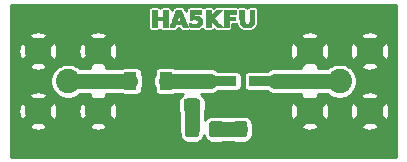
<source format=gbr>
G04 #@! TF.GenerationSoftware,KiCad,Pcbnew,5.1.5+dfsg1-2build2*
G04 #@! TF.CreationDate,2021-03-16T15:10:04+01:00*
G04 #@! TF.ProjectId,70cm_preamp,3730636d-5f70-4726-9561-6d702e6b6963,rev?*
G04 #@! TF.SameCoordinates,Original*
G04 #@! TF.FileFunction,Copper,L1,Top*
G04 #@! TF.FilePolarity,Positive*
%FSLAX46Y46*%
G04 Gerber Fmt 4.6, Leading zero omitted, Abs format (unit mm)*
G04 Created by KiCad (PCBNEW 5.1.5+dfsg1-2build2) date 2021-03-16 15:10:04*
%MOMM*%
%LPD*%
G04 APERTURE LIST*
%ADD10C,0.010000*%
%ADD11C,0.100000*%
%ADD12C,2.250000*%
%ADD13C,2.050000*%
%ADD14R,1.000000X1.500000*%
%ADD15R,1.000000X1.800000*%
%ADD16R,2.200000X1.840000*%
%ADD17R,1.550000X0.810000*%
%ADD18R,2.200000X0.810000*%
%ADD19C,0.950000*%
%ADD20C,1.300000*%
%ADD21C,0.810000*%
%ADD22C,0.250000*%
G04 APERTURE END LIST*
D10*
G36*
X61837250Y-31082500D02*
G01*
X61202250Y-31082500D01*
X61202250Y-31336500D01*
X61773750Y-31336500D01*
X61773750Y-31622250D01*
X61202250Y-31622250D01*
X61202250Y-32225500D01*
X60789500Y-32225500D01*
X60789500Y-30796750D01*
X61837250Y-30796750D01*
X61837250Y-31082500D01*
G37*
X61837250Y-31082500D02*
X61202250Y-31082500D01*
X61202250Y-31336500D01*
X61773750Y-31336500D01*
X61773750Y-31622250D01*
X61202250Y-31622250D01*
X61202250Y-32225500D01*
X60789500Y-32225500D01*
X60789500Y-30796750D01*
X61837250Y-30796750D01*
X61837250Y-31082500D01*
G36*
X59684796Y-31023588D02*
G01*
X59694125Y-31250426D01*
X60179533Y-30796750D01*
X60646255Y-30796750D01*
X60305273Y-31137731D01*
X59964291Y-31478713D01*
X60336712Y-31852106D01*
X60709132Y-32225500D01*
X60203451Y-32225500D01*
X59940850Y-31964263D01*
X59678250Y-31703026D01*
X59678250Y-32225500D01*
X59265500Y-32225500D01*
X59265500Y-30796750D01*
X59675468Y-30796750D01*
X59684796Y-31023588D01*
G37*
X59684796Y-31023588D02*
X59694125Y-31250426D01*
X60179533Y-30796750D01*
X60646255Y-30796750D01*
X60305273Y-31137731D01*
X59964291Y-31478713D01*
X60336712Y-31852106D01*
X60709132Y-32225500D01*
X60203451Y-32225500D01*
X59940850Y-31964263D01*
X59678250Y-31703026D01*
X59678250Y-32225500D01*
X59265500Y-32225500D01*
X59265500Y-30796750D01*
X59675468Y-30796750D01*
X59684796Y-31023588D01*
G36*
X57469466Y-31471437D02*
G01*
X57542415Y-31667535D01*
X57608265Y-31844748D01*
X57663665Y-31994043D01*
X57705263Y-32106385D01*
X57729710Y-32172741D01*
X57734440Y-32185812D01*
X57723569Y-32208596D01*
X57665894Y-32221275D01*
X57553542Y-32225480D01*
X57542648Y-32225500D01*
X57337002Y-32225500D01*
X57297000Y-32082625D01*
X57256997Y-31939750D01*
X56702002Y-31939750D01*
X56662000Y-32082625D01*
X56621997Y-32225500D01*
X56416351Y-32225500D01*
X56299564Y-32221867D01*
X56238046Y-32209882D01*
X56223924Y-32187916D01*
X56224559Y-32185812D01*
X56239242Y-32145651D01*
X56272741Y-32055019D01*
X56321705Y-31922947D01*
X56382783Y-31758471D01*
X56419334Y-31660164D01*
X56820750Y-31660164D01*
X56849314Y-31674761D01*
X56922346Y-31684025D01*
X56979500Y-31685750D01*
X57070071Y-31681146D01*
X57127548Y-31669376D01*
X57138250Y-31660164D01*
X57127944Y-31607060D01*
X57101732Y-31522454D01*
X57066666Y-31424962D01*
X57029803Y-31333201D01*
X56998196Y-31265787D01*
X56979500Y-31241250D01*
X56959375Y-31268443D01*
X56927313Y-31337614D01*
X56890368Y-31430146D01*
X56855595Y-31527422D01*
X56830048Y-31610827D01*
X56820750Y-31660164D01*
X56419334Y-31660164D01*
X56452626Y-31570623D01*
X56489533Y-31471437D01*
X56740655Y-30796750D01*
X57218344Y-30796750D01*
X57469466Y-31471437D01*
G37*
X57469466Y-31471437D02*
X57542415Y-31667535D01*
X57608265Y-31844748D01*
X57663665Y-31994043D01*
X57705263Y-32106385D01*
X57729710Y-32172741D01*
X57734440Y-32185812D01*
X57723569Y-32208596D01*
X57665894Y-32221275D01*
X57553542Y-32225480D01*
X57542648Y-32225500D01*
X57337002Y-32225500D01*
X57297000Y-32082625D01*
X57256997Y-31939750D01*
X56702002Y-31939750D01*
X56662000Y-32082625D01*
X56621997Y-32225500D01*
X56416351Y-32225500D01*
X56299564Y-32221867D01*
X56238046Y-32209882D01*
X56223924Y-32187916D01*
X56224559Y-32185812D01*
X56239242Y-32145651D01*
X56272741Y-32055019D01*
X56321705Y-31922947D01*
X56382783Y-31758471D01*
X56419334Y-31660164D01*
X56820750Y-31660164D01*
X56849314Y-31674761D01*
X56922346Y-31684025D01*
X56979500Y-31685750D01*
X57070071Y-31681146D01*
X57127548Y-31669376D01*
X57138250Y-31660164D01*
X57127944Y-31607060D01*
X57101732Y-31522454D01*
X57066666Y-31424962D01*
X57029803Y-31333201D01*
X56998196Y-31265787D01*
X56979500Y-31241250D01*
X56959375Y-31268443D01*
X56927313Y-31337614D01*
X56890368Y-31430146D01*
X56855595Y-31527422D01*
X56830048Y-31610827D01*
X56820750Y-31660164D01*
X56419334Y-31660164D01*
X56452626Y-31570623D01*
X56489533Y-31471437D01*
X56740655Y-30796750D01*
X57218344Y-30796750D01*
X57469466Y-31471437D01*
G36*
X55138000Y-31336500D02*
G01*
X55646000Y-31336500D01*
X55646000Y-30796750D01*
X56058750Y-30796750D01*
X56058750Y-32225500D01*
X55646000Y-32225500D01*
X55646000Y-31622250D01*
X55138000Y-31622250D01*
X55138000Y-32225500D01*
X54725250Y-32225500D01*
X54725250Y-30796750D01*
X55138000Y-30796750D01*
X55138000Y-31336500D01*
G37*
X55138000Y-31336500D02*
X55646000Y-31336500D01*
X55646000Y-30796750D01*
X56058750Y-30796750D01*
X56058750Y-32225500D01*
X55646000Y-32225500D01*
X55646000Y-31622250D01*
X55138000Y-31622250D01*
X55138000Y-32225500D01*
X54725250Y-32225500D01*
X54725250Y-30796750D01*
X55138000Y-30796750D01*
X55138000Y-31336500D01*
G36*
X63387633Y-31366012D02*
G01*
X63382661Y-31585930D01*
X63375035Y-31752637D01*
X63361843Y-31876421D01*
X63340177Y-31967571D01*
X63307127Y-32036374D01*
X63259783Y-32093119D01*
X63195235Y-32148094D01*
X63158576Y-32175913D01*
X63073809Y-32213078D01*
X62946515Y-32239027D01*
X62796850Y-32252707D01*
X62644969Y-32253063D01*
X62511026Y-32239044D01*
X62424625Y-32214265D01*
X62327827Y-32159621D01*
X62253559Y-32089857D01*
X62199083Y-31996614D01*
X62161665Y-31871535D01*
X62138569Y-31706259D01*
X62127061Y-31492430D01*
X62124393Y-31296812D01*
X62123000Y-30796750D01*
X62535750Y-30796750D01*
X62535750Y-31297685D01*
X62537398Y-31515729D01*
X62544163Y-31678323D01*
X62558778Y-31793473D01*
X62583975Y-31869184D01*
X62622487Y-31913462D01*
X62677044Y-31934312D01*
X62750380Y-31939739D01*
X62754879Y-31939750D01*
X62835264Y-31935097D01*
X62895519Y-31915768D01*
X62938830Y-31873704D01*
X62968383Y-31800847D01*
X62987362Y-31689137D01*
X62998954Y-31530517D01*
X63006344Y-31316929D01*
X63006711Y-31302681D01*
X63019586Y-30796750D01*
X63208864Y-30796749D01*
X63398142Y-30796749D01*
X63387633Y-31366012D01*
G37*
X63387633Y-31366012D02*
X63382661Y-31585930D01*
X63375035Y-31752637D01*
X63361843Y-31876421D01*
X63340177Y-31967571D01*
X63307127Y-32036374D01*
X63259783Y-32093119D01*
X63195235Y-32148094D01*
X63158576Y-32175913D01*
X63073809Y-32213078D01*
X62946515Y-32239027D01*
X62796850Y-32252707D01*
X62644969Y-32253063D01*
X62511026Y-32239044D01*
X62424625Y-32214265D01*
X62327827Y-32159621D01*
X62253559Y-32089857D01*
X62199083Y-31996614D01*
X62161665Y-31871535D01*
X62138569Y-31706259D01*
X62127061Y-31492430D01*
X62124393Y-31296812D01*
X62123000Y-30796750D01*
X62535750Y-30796750D01*
X62535750Y-31297685D01*
X62537398Y-31515729D01*
X62544163Y-31678323D01*
X62558778Y-31793473D01*
X62583975Y-31869184D01*
X62622487Y-31913462D01*
X62677044Y-31934312D01*
X62750380Y-31939739D01*
X62754879Y-31939750D01*
X62835264Y-31935097D01*
X62895519Y-31915768D01*
X62938830Y-31873704D01*
X62968383Y-31800847D01*
X62987362Y-31689137D01*
X62998954Y-31530517D01*
X63006344Y-31316929D01*
X63006711Y-31302681D01*
X63019586Y-30796750D01*
X63208864Y-30796749D01*
X63398142Y-30796749D01*
X63387633Y-31366012D01*
G36*
X58884500Y-31082500D02*
G01*
X58249500Y-31082500D01*
X58249500Y-31273000D01*
X58441576Y-31273000D01*
X58613682Y-31287349D01*
X58747721Y-31335563D01*
X58863507Y-31425390D01*
X58883060Y-31445634D01*
X58945909Y-31553510D01*
X58976950Y-31694048D01*
X58975118Y-31844348D01*
X58939350Y-31981509D01*
X58910461Y-32035000D01*
X58819817Y-32139870D01*
X58707769Y-32207977D01*
X58561691Y-32244349D01*
X58368961Y-32254010D01*
X58360625Y-32253919D01*
X58221497Y-32248298D01*
X58090925Y-32236486D01*
X57994935Y-32220914D01*
X57987562Y-32219064D01*
X57916490Y-32196867D01*
X57881443Y-32166505D01*
X57869689Y-32107957D01*
X57868500Y-32031845D01*
X57873610Y-31942318D01*
X57886651Y-31886070D01*
X57896372Y-31876250D01*
X57941532Y-31887595D01*
X58018216Y-31915687D01*
X58038227Y-31923875D01*
X58141994Y-31953193D01*
X58266458Y-31969968D01*
X58309675Y-31971500D01*
X58413120Y-31965590D01*
X58478588Y-31941635D01*
X58531004Y-31890297D01*
X58532945Y-31887843D01*
X58585722Y-31806332D01*
X58590936Y-31739585D01*
X58548320Y-31662628D01*
X58530284Y-31639024D01*
X58487570Y-31591086D01*
X58442867Y-31567027D01*
X58375671Y-31561296D01*
X58268347Y-31568100D01*
X58151671Y-31580528D01*
X58051575Y-31595868D01*
X58003437Y-31606935D01*
X57932000Y-31629656D01*
X57932000Y-30796750D01*
X58884500Y-30796750D01*
X58884500Y-31082500D01*
G37*
X58884500Y-31082500D02*
X58249500Y-31082500D01*
X58249500Y-31273000D01*
X58441576Y-31273000D01*
X58613682Y-31287349D01*
X58747721Y-31335563D01*
X58863507Y-31425390D01*
X58883060Y-31445634D01*
X58945909Y-31553510D01*
X58976950Y-31694048D01*
X58975118Y-31844348D01*
X58939350Y-31981509D01*
X58910461Y-32035000D01*
X58819817Y-32139870D01*
X58707769Y-32207977D01*
X58561691Y-32244349D01*
X58368961Y-32254010D01*
X58360625Y-32253919D01*
X58221497Y-32248298D01*
X58090925Y-32236486D01*
X57994935Y-32220914D01*
X57987562Y-32219064D01*
X57916490Y-32196867D01*
X57881443Y-32166505D01*
X57869689Y-32107957D01*
X57868500Y-32031845D01*
X57873610Y-31942318D01*
X57886651Y-31886070D01*
X57896372Y-31876250D01*
X57941532Y-31887595D01*
X58018216Y-31915687D01*
X58038227Y-31923875D01*
X58141994Y-31953193D01*
X58266458Y-31969968D01*
X58309675Y-31971500D01*
X58413120Y-31965590D01*
X58478588Y-31941635D01*
X58531004Y-31890297D01*
X58532945Y-31887843D01*
X58585722Y-31806332D01*
X58590936Y-31739585D01*
X58548320Y-31662628D01*
X58530284Y-31639024D01*
X58487570Y-31591086D01*
X58442867Y-31567027D01*
X58375671Y-31561296D01*
X58268347Y-31568100D01*
X58151671Y-31580528D01*
X58051575Y-31595868D01*
X58003437Y-31606935D01*
X57932000Y-31629656D01*
X57932000Y-30796750D01*
X58884500Y-30796750D01*
X58884500Y-31082500D01*
G04 #@! TA.AperFunction,SMDPad,CuDef*
D11*
G36*
X60499505Y-40176204D02*
G01*
X60523773Y-40179804D01*
X60547572Y-40185765D01*
X60570671Y-40194030D01*
X60592850Y-40204520D01*
X60613893Y-40217132D01*
X60633599Y-40231747D01*
X60651777Y-40248223D01*
X60668253Y-40266401D01*
X60682868Y-40286107D01*
X60695480Y-40307150D01*
X60705970Y-40329329D01*
X60714235Y-40352428D01*
X60720196Y-40376227D01*
X60723796Y-40400495D01*
X60725000Y-40424999D01*
X60725000Y-41325001D01*
X60723796Y-41349505D01*
X60720196Y-41373773D01*
X60714235Y-41397572D01*
X60705970Y-41420671D01*
X60695480Y-41442850D01*
X60682868Y-41463893D01*
X60668253Y-41483599D01*
X60651777Y-41501777D01*
X60633599Y-41518253D01*
X60613893Y-41532868D01*
X60592850Y-41545480D01*
X60570671Y-41555970D01*
X60547572Y-41564235D01*
X60523773Y-41570196D01*
X60499505Y-41573796D01*
X60475001Y-41575000D01*
X59824999Y-41575000D01*
X59800495Y-41573796D01*
X59776227Y-41570196D01*
X59752428Y-41564235D01*
X59729329Y-41555970D01*
X59707150Y-41545480D01*
X59686107Y-41532868D01*
X59666401Y-41518253D01*
X59648223Y-41501777D01*
X59631747Y-41483599D01*
X59617132Y-41463893D01*
X59604520Y-41442850D01*
X59594030Y-41420671D01*
X59585765Y-41397572D01*
X59579804Y-41373773D01*
X59576204Y-41349505D01*
X59575000Y-41325001D01*
X59575000Y-40424999D01*
X59576204Y-40400495D01*
X59579804Y-40376227D01*
X59585765Y-40352428D01*
X59594030Y-40329329D01*
X59604520Y-40307150D01*
X59617132Y-40286107D01*
X59631747Y-40266401D01*
X59648223Y-40248223D01*
X59666401Y-40231747D01*
X59686107Y-40217132D01*
X59707150Y-40204520D01*
X59729329Y-40194030D01*
X59752428Y-40185765D01*
X59776227Y-40179804D01*
X59800495Y-40176204D01*
X59824999Y-40175000D01*
X60475001Y-40175000D01*
X60499505Y-40176204D01*
G37*
G04 #@! TD.AperFunction*
G04 #@! TA.AperFunction,SMDPad,CuDef*
G36*
X58449505Y-40176204D02*
G01*
X58473773Y-40179804D01*
X58497572Y-40185765D01*
X58520671Y-40194030D01*
X58542850Y-40204520D01*
X58563893Y-40217132D01*
X58583599Y-40231747D01*
X58601777Y-40248223D01*
X58618253Y-40266401D01*
X58632868Y-40286107D01*
X58645480Y-40307150D01*
X58655970Y-40329329D01*
X58664235Y-40352428D01*
X58670196Y-40376227D01*
X58673796Y-40400495D01*
X58675000Y-40424999D01*
X58675000Y-41325001D01*
X58673796Y-41349505D01*
X58670196Y-41373773D01*
X58664235Y-41397572D01*
X58655970Y-41420671D01*
X58645480Y-41442850D01*
X58632868Y-41463893D01*
X58618253Y-41483599D01*
X58601777Y-41501777D01*
X58583599Y-41518253D01*
X58563893Y-41532868D01*
X58542850Y-41545480D01*
X58520671Y-41555970D01*
X58497572Y-41564235D01*
X58473773Y-41570196D01*
X58449505Y-41573796D01*
X58425001Y-41575000D01*
X57774999Y-41575000D01*
X57750495Y-41573796D01*
X57726227Y-41570196D01*
X57702428Y-41564235D01*
X57679329Y-41555970D01*
X57657150Y-41545480D01*
X57636107Y-41532868D01*
X57616401Y-41518253D01*
X57598223Y-41501777D01*
X57581747Y-41483599D01*
X57567132Y-41463893D01*
X57554520Y-41442850D01*
X57544030Y-41420671D01*
X57535765Y-41397572D01*
X57529804Y-41373773D01*
X57526204Y-41349505D01*
X57525000Y-41325001D01*
X57525000Y-40424999D01*
X57526204Y-40400495D01*
X57529804Y-40376227D01*
X57535765Y-40352428D01*
X57544030Y-40329329D01*
X57554520Y-40307150D01*
X57567132Y-40286107D01*
X57581747Y-40266401D01*
X57598223Y-40248223D01*
X57616401Y-40231747D01*
X57636107Y-40217132D01*
X57657150Y-40204520D01*
X57679329Y-40194030D01*
X57702428Y-40185765D01*
X57726227Y-40179804D01*
X57750495Y-40176204D01*
X57774999Y-40175000D01*
X58425001Y-40175000D01*
X58449505Y-40176204D01*
G37*
G04 #@! TD.AperFunction*
G04 #@! TA.AperFunction,SMDPad,CuDef*
G36*
X58574505Y-38276204D02*
G01*
X58598773Y-38279804D01*
X58622572Y-38285765D01*
X58645671Y-38294030D01*
X58667850Y-38304520D01*
X58688893Y-38317132D01*
X58708599Y-38331747D01*
X58726777Y-38348223D01*
X58743253Y-38366401D01*
X58757868Y-38386107D01*
X58770480Y-38407150D01*
X58780970Y-38429329D01*
X58789235Y-38452428D01*
X58795196Y-38476227D01*
X58798796Y-38500495D01*
X58800000Y-38524999D01*
X58800000Y-39175001D01*
X58798796Y-39199505D01*
X58795196Y-39223773D01*
X58789235Y-39247572D01*
X58780970Y-39270671D01*
X58770480Y-39292850D01*
X58757868Y-39313893D01*
X58743253Y-39333599D01*
X58726777Y-39351777D01*
X58708599Y-39368253D01*
X58688893Y-39382868D01*
X58667850Y-39395480D01*
X58645671Y-39405970D01*
X58622572Y-39414235D01*
X58598773Y-39420196D01*
X58574505Y-39423796D01*
X58550001Y-39425000D01*
X57649999Y-39425000D01*
X57625495Y-39423796D01*
X57601227Y-39420196D01*
X57577428Y-39414235D01*
X57554329Y-39405970D01*
X57532150Y-39395480D01*
X57511107Y-39382868D01*
X57491401Y-39368253D01*
X57473223Y-39351777D01*
X57456747Y-39333599D01*
X57442132Y-39313893D01*
X57429520Y-39292850D01*
X57419030Y-39270671D01*
X57410765Y-39247572D01*
X57404804Y-39223773D01*
X57401204Y-39199505D01*
X57400000Y-39175001D01*
X57400000Y-38524999D01*
X57401204Y-38500495D01*
X57404804Y-38476227D01*
X57410765Y-38452428D01*
X57419030Y-38429329D01*
X57429520Y-38407150D01*
X57442132Y-38386107D01*
X57456747Y-38366401D01*
X57473223Y-38348223D01*
X57491401Y-38331747D01*
X57511107Y-38317132D01*
X57532150Y-38304520D01*
X57554329Y-38294030D01*
X57577428Y-38285765D01*
X57601227Y-38279804D01*
X57625495Y-38276204D01*
X57649999Y-38275000D01*
X58550001Y-38275000D01*
X58574505Y-38276204D01*
G37*
G04 #@! TD.AperFunction*
G04 #@! TA.AperFunction,SMDPad,CuDef*
G36*
X58574505Y-36226204D02*
G01*
X58598773Y-36229804D01*
X58622572Y-36235765D01*
X58645671Y-36244030D01*
X58667850Y-36254520D01*
X58688893Y-36267132D01*
X58708599Y-36281747D01*
X58726777Y-36298223D01*
X58743253Y-36316401D01*
X58757868Y-36336107D01*
X58770480Y-36357150D01*
X58780970Y-36379329D01*
X58789235Y-36402428D01*
X58795196Y-36426227D01*
X58798796Y-36450495D01*
X58800000Y-36474999D01*
X58800000Y-37125001D01*
X58798796Y-37149505D01*
X58795196Y-37173773D01*
X58789235Y-37197572D01*
X58780970Y-37220671D01*
X58770480Y-37242850D01*
X58757868Y-37263893D01*
X58743253Y-37283599D01*
X58726777Y-37301777D01*
X58708599Y-37318253D01*
X58688893Y-37332868D01*
X58667850Y-37345480D01*
X58645671Y-37355970D01*
X58622572Y-37364235D01*
X58598773Y-37370196D01*
X58574505Y-37373796D01*
X58550001Y-37375000D01*
X57649999Y-37375000D01*
X57625495Y-37373796D01*
X57601227Y-37370196D01*
X57577428Y-37364235D01*
X57554329Y-37355970D01*
X57532150Y-37345480D01*
X57511107Y-37332868D01*
X57491401Y-37318253D01*
X57473223Y-37301777D01*
X57456747Y-37283599D01*
X57442132Y-37263893D01*
X57429520Y-37242850D01*
X57419030Y-37220671D01*
X57410765Y-37197572D01*
X57404804Y-37173773D01*
X57401204Y-37149505D01*
X57400000Y-37125001D01*
X57400000Y-36474999D01*
X57401204Y-36450495D01*
X57404804Y-36426227D01*
X57410765Y-36402428D01*
X57419030Y-36379329D01*
X57429520Y-36357150D01*
X57442132Y-36336107D01*
X57456747Y-36316401D01*
X57473223Y-36298223D01*
X57491401Y-36281747D01*
X57511107Y-36267132D01*
X57532150Y-36254520D01*
X57554329Y-36244030D01*
X57577428Y-36235765D01*
X57601227Y-36229804D01*
X57625495Y-36226204D01*
X57649999Y-36225000D01*
X58550001Y-36225000D01*
X58574505Y-36226204D01*
G37*
G04 #@! TD.AperFunction*
G04 #@! TA.AperFunction,SMDPad,CuDef*
G36*
X64599505Y-40176204D02*
G01*
X64623773Y-40179804D01*
X64647572Y-40185765D01*
X64670671Y-40194030D01*
X64692850Y-40204520D01*
X64713893Y-40217132D01*
X64733599Y-40231747D01*
X64751777Y-40248223D01*
X64768253Y-40266401D01*
X64782868Y-40286107D01*
X64795480Y-40307150D01*
X64805970Y-40329329D01*
X64814235Y-40352428D01*
X64820196Y-40376227D01*
X64823796Y-40400495D01*
X64825000Y-40424999D01*
X64825000Y-41325001D01*
X64823796Y-41349505D01*
X64820196Y-41373773D01*
X64814235Y-41397572D01*
X64805970Y-41420671D01*
X64795480Y-41442850D01*
X64782868Y-41463893D01*
X64768253Y-41483599D01*
X64751777Y-41501777D01*
X64733599Y-41518253D01*
X64713893Y-41532868D01*
X64692850Y-41545480D01*
X64670671Y-41555970D01*
X64647572Y-41564235D01*
X64623773Y-41570196D01*
X64599505Y-41573796D01*
X64575001Y-41575000D01*
X63924999Y-41575000D01*
X63900495Y-41573796D01*
X63876227Y-41570196D01*
X63852428Y-41564235D01*
X63829329Y-41555970D01*
X63807150Y-41545480D01*
X63786107Y-41532868D01*
X63766401Y-41518253D01*
X63748223Y-41501777D01*
X63731747Y-41483599D01*
X63717132Y-41463893D01*
X63704520Y-41442850D01*
X63694030Y-41420671D01*
X63685765Y-41397572D01*
X63679804Y-41373773D01*
X63676204Y-41349505D01*
X63675000Y-41325001D01*
X63675000Y-40424999D01*
X63676204Y-40400495D01*
X63679804Y-40376227D01*
X63685765Y-40352428D01*
X63694030Y-40329329D01*
X63704520Y-40307150D01*
X63717132Y-40286107D01*
X63731747Y-40266401D01*
X63748223Y-40248223D01*
X63766401Y-40231747D01*
X63786107Y-40217132D01*
X63807150Y-40204520D01*
X63829329Y-40194030D01*
X63852428Y-40185765D01*
X63876227Y-40179804D01*
X63900495Y-40176204D01*
X63924999Y-40175000D01*
X64575001Y-40175000D01*
X64599505Y-40176204D01*
G37*
G04 #@! TD.AperFunction*
G04 #@! TA.AperFunction,SMDPad,CuDef*
G36*
X62549505Y-40176204D02*
G01*
X62573773Y-40179804D01*
X62597572Y-40185765D01*
X62620671Y-40194030D01*
X62642850Y-40204520D01*
X62663893Y-40217132D01*
X62683599Y-40231747D01*
X62701777Y-40248223D01*
X62718253Y-40266401D01*
X62732868Y-40286107D01*
X62745480Y-40307150D01*
X62755970Y-40329329D01*
X62764235Y-40352428D01*
X62770196Y-40376227D01*
X62773796Y-40400495D01*
X62775000Y-40424999D01*
X62775000Y-41325001D01*
X62773796Y-41349505D01*
X62770196Y-41373773D01*
X62764235Y-41397572D01*
X62755970Y-41420671D01*
X62745480Y-41442850D01*
X62732868Y-41463893D01*
X62718253Y-41483599D01*
X62701777Y-41501777D01*
X62683599Y-41518253D01*
X62663893Y-41532868D01*
X62642850Y-41545480D01*
X62620671Y-41555970D01*
X62597572Y-41564235D01*
X62573773Y-41570196D01*
X62549505Y-41573796D01*
X62525001Y-41575000D01*
X61874999Y-41575000D01*
X61850495Y-41573796D01*
X61826227Y-41570196D01*
X61802428Y-41564235D01*
X61779329Y-41555970D01*
X61757150Y-41545480D01*
X61736107Y-41532868D01*
X61716401Y-41518253D01*
X61698223Y-41501777D01*
X61681747Y-41483599D01*
X61667132Y-41463893D01*
X61654520Y-41442850D01*
X61644030Y-41420671D01*
X61635765Y-41397572D01*
X61629804Y-41373773D01*
X61626204Y-41349505D01*
X61625000Y-41325001D01*
X61625000Y-40424999D01*
X61626204Y-40400495D01*
X61629804Y-40376227D01*
X61635765Y-40352428D01*
X61644030Y-40329329D01*
X61654520Y-40307150D01*
X61667132Y-40286107D01*
X61681747Y-40266401D01*
X61698223Y-40248223D01*
X61716401Y-40231747D01*
X61736107Y-40217132D01*
X61757150Y-40204520D01*
X61779329Y-40194030D01*
X61802428Y-40185765D01*
X61826227Y-40179804D01*
X61850495Y-40176204D01*
X61874999Y-40175000D01*
X62525001Y-40175000D01*
X62549505Y-40176204D01*
G37*
G04 #@! TD.AperFunction*
D12*
X68060000Y-34260000D03*
X73140000Y-34260000D03*
X73140000Y-39340000D03*
X68060000Y-39340000D03*
D13*
X70600000Y-36800000D03*
G04 #@! TA.AperFunction,SMDPad,CuDef*
D11*
G36*
X55500000Y-40518500D02*
G01*
X54900000Y-41368500D01*
X53900000Y-41368500D01*
X53300000Y-40518500D01*
X55500000Y-40518500D01*
G37*
G04 #@! TD.AperFunction*
D14*
X55900000Y-36796500D03*
D15*
X54400000Y-36943000D03*
D14*
X52900000Y-36796500D03*
D16*
X54400000Y-39610000D03*
G04 #@! TA.AperFunction,SMDPad,CuDef*
D11*
G36*
X53300000Y-38700300D02*
G01*
X54000000Y-37700300D01*
X54800000Y-37700300D01*
X55500000Y-38700300D01*
X53300000Y-38700300D01*
G37*
G04 #@! TD.AperFunction*
D17*
X61075000Y-37990000D03*
X61075000Y-36800000D03*
X61075000Y-35610000D03*
X63725000Y-35610000D03*
X63725000Y-36800000D03*
D18*
X63400000Y-38000000D03*
D12*
X45060000Y-39340000D03*
X45060000Y-34260000D03*
X50140000Y-34260000D03*
X50140000Y-39340000D03*
D13*
X47600000Y-36800000D03*
D19*
X52890000Y-35230000D03*
X52890000Y-38370000D03*
X55890000Y-35230000D03*
X55890000Y-38370000D03*
X62400000Y-35650000D03*
X63750000Y-34750000D03*
X63750000Y-38850000D03*
X59900000Y-38250000D03*
X59800000Y-35350000D03*
X51700000Y-35330000D03*
X54400000Y-37900000D03*
X52900000Y-39700000D03*
X55900000Y-39700000D03*
X53300000Y-41300000D03*
X55500000Y-41300000D03*
X61050000Y-38850000D03*
X61050000Y-34750000D03*
X54400000Y-35600000D03*
X57300000Y-35330000D03*
X65040000Y-38270000D03*
X65040000Y-35330000D03*
X66440000Y-35330000D03*
X66440000Y-38270000D03*
X62400000Y-38850000D03*
X54150000Y-42300000D03*
X57100000Y-42300000D03*
X59100000Y-42300000D03*
X61100000Y-42350000D03*
X63100000Y-42300000D03*
X51690000Y-38260000D03*
X65200000Y-42300000D03*
X65500000Y-40900000D03*
X65500000Y-39500000D03*
D20*
X52896500Y-36800000D02*
X52900000Y-36796500D01*
X47600000Y-36800000D02*
X52896500Y-36800000D01*
X70600000Y-36800000D02*
X65150000Y-36800000D01*
D21*
X63750000Y-36800000D02*
X65150000Y-36800000D01*
X63725000Y-36800000D02*
X63750000Y-36800000D01*
D20*
X60150000Y-40875000D02*
X62200000Y-40875000D01*
X58096500Y-36796500D02*
X58100000Y-36800000D01*
X55900000Y-36796500D02*
X58096500Y-36796500D01*
X58100000Y-36800000D02*
X59625000Y-36800000D01*
D21*
X60975000Y-36800000D02*
X59625000Y-36800000D01*
X61075000Y-36800000D02*
X60975000Y-36800000D01*
D20*
X58100000Y-38850000D02*
X58100000Y-40875000D01*
D22*
G36*
X75400001Y-43200000D02*
G01*
X42800000Y-43200000D01*
X42800000Y-40651657D01*
X44278673Y-40651657D01*
X44414097Y-40866998D01*
X44724411Y-40963666D01*
X45047621Y-40997938D01*
X45371307Y-40968497D01*
X45683029Y-40876472D01*
X45705903Y-40866998D01*
X45841327Y-40651657D01*
X49358673Y-40651657D01*
X49494097Y-40866998D01*
X49804411Y-40963666D01*
X50127621Y-40997938D01*
X50451307Y-40968497D01*
X50763029Y-40876472D01*
X50785903Y-40866998D01*
X50921327Y-40651657D01*
X50140000Y-39870330D01*
X49358673Y-40651657D01*
X45841327Y-40651657D01*
X45060000Y-39870330D01*
X44278673Y-40651657D01*
X42800000Y-40651657D01*
X42800000Y-39327621D01*
X43402062Y-39327621D01*
X43431503Y-39651307D01*
X43523528Y-39963029D01*
X43533002Y-39985903D01*
X43748343Y-40121327D01*
X44529670Y-39340000D01*
X45590330Y-39340000D01*
X46371657Y-40121327D01*
X46586998Y-39985903D01*
X46683666Y-39675589D01*
X46717938Y-39352379D01*
X46715687Y-39327621D01*
X48482062Y-39327621D01*
X48511503Y-39651307D01*
X48603528Y-39963029D01*
X48613002Y-39985903D01*
X48828343Y-40121327D01*
X49609670Y-39340000D01*
X50670330Y-39340000D01*
X51451657Y-40121327D01*
X51666998Y-39985903D01*
X51763666Y-39675589D01*
X51797938Y-39352379D01*
X51768497Y-39028693D01*
X51676472Y-38716971D01*
X51666998Y-38694097D01*
X51451657Y-38558673D01*
X50670330Y-39340000D01*
X49609670Y-39340000D01*
X48828343Y-38558673D01*
X48613002Y-38694097D01*
X48516334Y-39004411D01*
X48482062Y-39327621D01*
X46715687Y-39327621D01*
X46688497Y-39028693D01*
X46596472Y-38716971D01*
X46586998Y-38694097D01*
X46371657Y-38558673D01*
X45590330Y-39340000D01*
X44529670Y-39340000D01*
X43748343Y-38558673D01*
X43533002Y-38694097D01*
X43436334Y-39004411D01*
X43402062Y-39327621D01*
X42800000Y-39327621D01*
X42800000Y-38028343D01*
X44278673Y-38028343D01*
X45060000Y-38809670D01*
X45841327Y-38028343D01*
X45705903Y-37813002D01*
X45395589Y-37716334D01*
X45072379Y-37682062D01*
X44748693Y-37711503D01*
X44436971Y-37803528D01*
X44414097Y-37813002D01*
X44278673Y-38028343D01*
X42800000Y-38028343D01*
X42800000Y-36654233D01*
X46120000Y-36654233D01*
X46120000Y-36945767D01*
X46176876Y-37231700D01*
X46288441Y-37501043D01*
X46450409Y-37743445D01*
X46656555Y-37949591D01*
X46898957Y-38111559D01*
X47168300Y-38223124D01*
X47454233Y-38280000D01*
X47745767Y-38280000D01*
X48031700Y-38223124D01*
X48301043Y-38111559D01*
X48543445Y-37949591D01*
X48588036Y-37905000D01*
X49436241Y-37905000D01*
X49358673Y-38028343D01*
X50140000Y-38809670D01*
X50921327Y-38028343D01*
X50843759Y-37905000D01*
X52119614Y-37905000D01*
X52145993Y-37926649D01*
X52225037Y-37968899D01*
X52310805Y-37994916D01*
X52400000Y-38003701D01*
X53400000Y-38003701D01*
X53489195Y-37994916D01*
X53574963Y-37968899D01*
X53654007Y-37926649D01*
X53723290Y-37869790D01*
X53780149Y-37800507D01*
X53822399Y-37721463D01*
X53848416Y-37635695D01*
X53857201Y-37546500D01*
X53857201Y-37349798D01*
X53925826Y-37221410D01*
X53989011Y-37013117D01*
X54010345Y-36796500D01*
X54789654Y-36796500D01*
X54810989Y-37013118D01*
X54874174Y-37221411D01*
X54942799Y-37349799D01*
X54942799Y-37546500D01*
X54951584Y-37635695D01*
X54977601Y-37721463D01*
X55019851Y-37800507D01*
X55076710Y-37869790D01*
X55145993Y-37926649D01*
X55225037Y-37968899D01*
X55310805Y-37994916D01*
X55400000Y-38003701D01*
X56400000Y-38003701D01*
X56489195Y-37994916D01*
X56574963Y-37968899D01*
X56654007Y-37926649D01*
X56684651Y-37901500D01*
X57323485Y-37901500D01*
X57257100Y-37936984D01*
X57149933Y-38024933D01*
X57061984Y-38132100D01*
X56996631Y-38254365D01*
X56956388Y-38387031D01*
X56942799Y-38524999D01*
X56942799Y-39175001D01*
X56956388Y-39312969D01*
X56995000Y-39440259D01*
X56995001Y-40929279D01*
X57010990Y-41091618D01*
X57067799Y-41278892D01*
X57067799Y-41325001D01*
X57081388Y-41462969D01*
X57121631Y-41595635D01*
X57186984Y-41717900D01*
X57274933Y-41825067D01*
X57382100Y-41913016D01*
X57504365Y-41978369D01*
X57637031Y-42018612D01*
X57774999Y-42032201D01*
X58425001Y-42032201D01*
X58562969Y-42018612D01*
X58695635Y-41978369D01*
X58817900Y-41913016D01*
X58925067Y-41825067D01*
X59013016Y-41717900D01*
X59078369Y-41595635D01*
X59118612Y-41462969D01*
X59125000Y-41398112D01*
X59131388Y-41462969D01*
X59171631Y-41595635D01*
X59236984Y-41717900D01*
X59324933Y-41825067D01*
X59432100Y-41913016D01*
X59554365Y-41978369D01*
X59687031Y-42018612D01*
X59824999Y-42032201D01*
X60475001Y-42032201D01*
X60612969Y-42018612D01*
X60740258Y-41980000D01*
X61609742Y-41980000D01*
X61737031Y-42018612D01*
X61874999Y-42032201D01*
X62525001Y-42032201D01*
X62662969Y-42018612D01*
X62795635Y-41978369D01*
X62917900Y-41913016D01*
X63025067Y-41825067D01*
X63113016Y-41717900D01*
X63178369Y-41595635D01*
X63218612Y-41462969D01*
X63232201Y-41325001D01*
X63232201Y-41278895D01*
X63289011Y-41091618D01*
X63310346Y-40875000D01*
X63289011Y-40658382D01*
X63286971Y-40651657D01*
X67278673Y-40651657D01*
X67414097Y-40866998D01*
X67724411Y-40963666D01*
X68047621Y-40997938D01*
X68371307Y-40968497D01*
X68683029Y-40876472D01*
X68705903Y-40866998D01*
X68841327Y-40651657D01*
X72358673Y-40651657D01*
X72494097Y-40866998D01*
X72804411Y-40963666D01*
X73127621Y-40997938D01*
X73451307Y-40968497D01*
X73763029Y-40876472D01*
X73785903Y-40866998D01*
X73921327Y-40651657D01*
X73140000Y-39870330D01*
X72358673Y-40651657D01*
X68841327Y-40651657D01*
X68060000Y-39870330D01*
X67278673Y-40651657D01*
X63286971Y-40651657D01*
X63232201Y-40471105D01*
X63232201Y-40424999D01*
X63218612Y-40287031D01*
X63178369Y-40154365D01*
X63113016Y-40032100D01*
X63025067Y-39924933D01*
X62917900Y-39836984D01*
X62795635Y-39771631D01*
X62662969Y-39731388D01*
X62525001Y-39717799D01*
X61874999Y-39717799D01*
X61737031Y-39731388D01*
X61609742Y-39770000D01*
X60740258Y-39770000D01*
X60612969Y-39731388D01*
X60475001Y-39717799D01*
X59824999Y-39717799D01*
X59687031Y-39731388D01*
X59554365Y-39771631D01*
X59432100Y-39836984D01*
X59324933Y-39924933D01*
X59236984Y-40032100D01*
X59205000Y-40091937D01*
X59205000Y-39440258D01*
X59239167Y-39327621D01*
X66402062Y-39327621D01*
X66431503Y-39651307D01*
X66523528Y-39963029D01*
X66533002Y-39985903D01*
X66748343Y-40121327D01*
X67529670Y-39340000D01*
X68590330Y-39340000D01*
X69371657Y-40121327D01*
X69586998Y-39985903D01*
X69683666Y-39675589D01*
X69717938Y-39352379D01*
X69715687Y-39327621D01*
X71482062Y-39327621D01*
X71511503Y-39651307D01*
X71603528Y-39963029D01*
X71613002Y-39985903D01*
X71828343Y-40121327D01*
X72609670Y-39340000D01*
X73670330Y-39340000D01*
X74451657Y-40121327D01*
X74666998Y-39985903D01*
X74763666Y-39675589D01*
X74797938Y-39352379D01*
X74768497Y-39028693D01*
X74676472Y-38716971D01*
X74666998Y-38694097D01*
X74451657Y-38558673D01*
X73670330Y-39340000D01*
X72609670Y-39340000D01*
X71828343Y-38558673D01*
X71613002Y-38694097D01*
X71516334Y-39004411D01*
X71482062Y-39327621D01*
X69715687Y-39327621D01*
X69688497Y-39028693D01*
X69596472Y-38716971D01*
X69586998Y-38694097D01*
X69371657Y-38558673D01*
X68590330Y-39340000D01*
X67529670Y-39340000D01*
X66748343Y-38558673D01*
X66533002Y-38694097D01*
X66436334Y-39004411D01*
X66402062Y-39327621D01*
X59239167Y-39327621D01*
X59243612Y-39312969D01*
X59257201Y-39175001D01*
X59257201Y-38524999D01*
X59243612Y-38387031D01*
X59203369Y-38254365D01*
X59138016Y-38132100D01*
X59050067Y-38024933D01*
X58942900Y-37936984D01*
X58883063Y-37905000D01*
X59679279Y-37905000D01*
X59841618Y-37889011D01*
X60049911Y-37825826D01*
X60241875Y-37723219D01*
X60316226Y-37662201D01*
X61850000Y-37662201D01*
X61939195Y-37653416D01*
X62024963Y-37627399D01*
X62104007Y-37585149D01*
X62173290Y-37528290D01*
X62230149Y-37459007D01*
X62272399Y-37379963D01*
X62298416Y-37294195D01*
X62307201Y-37205000D01*
X62307201Y-36395000D01*
X62492799Y-36395000D01*
X62492799Y-37205000D01*
X62501584Y-37294195D01*
X62527601Y-37379963D01*
X62569851Y-37459007D01*
X62626710Y-37528290D01*
X62695993Y-37585149D01*
X62775037Y-37627399D01*
X62860805Y-37653416D01*
X62950000Y-37662201D01*
X64458774Y-37662201D01*
X64533125Y-37723219D01*
X64725089Y-37825826D01*
X64933382Y-37889011D01*
X65095721Y-37905000D01*
X67356241Y-37905000D01*
X67278673Y-38028343D01*
X68060000Y-38809670D01*
X68841327Y-38028343D01*
X68763759Y-37905000D01*
X69611964Y-37905000D01*
X69656555Y-37949591D01*
X69898957Y-38111559D01*
X70168300Y-38223124D01*
X70454233Y-38280000D01*
X70745767Y-38280000D01*
X71031700Y-38223124D01*
X71301043Y-38111559D01*
X71425584Y-38028343D01*
X72358673Y-38028343D01*
X73140000Y-38809670D01*
X73921327Y-38028343D01*
X73785903Y-37813002D01*
X73475589Y-37716334D01*
X73152379Y-37682062D01*
X72828693Y-37711503D01*
X72516971Y-37803528D01*
X72494097Y-37813002D01*
X72358673Y-38028343D01*
X71425584Y-38028343D01*
X71543445Y-37949591D01*
X71749591Y-37743445D01*
X71911559Y-37501043D01*
X72023124Y-37231700D01*
X72080000Y-36945767D01*
X72080000Y-36654233D01*
X72023124Y-36368300D01*
X71911559Y-36098957D01*
X71749591Y-35856555D01*
X71543445Y-35650409D01*
X71425585Y-35571657D01*
X72358673Y-35571657D01*
X72494097Y-35786998D01*
X72804411Y-35883666D01*
X73127621Y-35917938D01*
X73451307Y-35888497D01*
X73763029Y-35796472D01*
X73785903Y-35786998D01*
X73921327Y-35571657D01*
X73140000Y-34790330D01*
X72358673Y-35571657D01*
X71425585Y-35571657D01*
X71301043Y-35488441D01*
X71031700Y-35376876D01*
X70745767Y-35320000D01*
X70454233Y-35320000D01*
X70168300Y-35376876D01*
X69898957Y-35488441D01*
X69656555Y-35650409D01*
X69611964Y-35695000D01*
X68763759Y-35695000D01*
X68841327Y-35571657D01*
X68060000Y-34790330D01*
X67278673Y-35571657D01*
X67356241Y-35695000D01*
X65095721Y-35695000D01*
X64933382Y-35710989D01*
X64725089Y-35774174D01*
X64533125Y-35876781D01*
X64458774Y-35937799D01*
X62950000Y-35937799D01*
X62860805Y-35946584D01*
X62775037Y-35972601D01*
X62695993Y-36014851D01*
X62626710Y-36071710D01*
X62569851Y-36140993D01*
X62527601Y-36220037D01*
X62501584Y-36305805D01*
X62492799Y-36395000D01*
X62307201Y-36395000D01*
X62298416Y-36305805D01*
X62272399Y-36220037D01*
X62230149Y-36140993D01*
X62173290Y-36071710D01*
X62104007Y-36014851D01*
X62024963Y-35972601D01*
X61939195Y-35946584D01*
X61850000Y-35937799D01*
X60316226Y-35937799D01*
X60241875Y-35876781D01*
X60049911Y-35774174D01*
X59841618Y-35710989D01*
X59679279Y-35695000D01*
X58186315Y-35695000D01*
X58150779Y-35691500D01*
X58150768Y-35691500D01*
X58096500Y-35686155D01*
X58042232Y-35691500D01*
X56684651Y-35691500D01*
X56654007Y-35666351D01*
X56574963Y-35624101D01*
X56489195Y-35598084D01*
X56400000Y-35589299D01*
X55400000Y-35589299D01*
X55310805Y-35598084D01*
X55225037Y-35624101D01*
X55145993Y-35666351D01*
X55076710Y-35723210D01*
X55019851Y-35792493D01*
X54977601Y-35871537D01*
X54951584Y-35957305D01*
X54942799Y-36046500D01*
X54942799Y-36243201D01*
X54874174Y-36371589D01*
X54810989Y-36579882D01*
X54789654Y-36796500D01*
X54010345Y-36796500D01*
X53989011Y-36579882D01*
X53925826Y-36371589D01*
X53857201Y-36243201D01*
X53857201Y-36046500D01*
X53848416Y-35957305D01*
X53822399Y-35871537D01*
X53780149Y-35792493D01*
X53723290Y-35723210D01*
X53654007Y-35666351D01*
X53574963Y-35624101D01*
X53489195Y-35598084D01*
X53400000Y-35589299D01*
X52400000Y-35589299D01*
X52310805Y-35598084D01*
X52225037Y-35624101D01*
X52145993Y-35666351D01*
X52111084Y-35695000D01*
X50843759Y-35695000D01*
X50921327Y-35571657D01*
X50140000Y-34790330D01*
X49358673Y-35571657D01*
X49436241Y-35695000D01*
X48588036Y-35695000D01*
X48543445Y-35650409D01*
X48301043Y-35488441D01*
X48031700Y-35376876D01*
X47745767Y-35320000D01*
X47454233Y-35320000D01*
X47168300Y-35376876D01*
X46898957Y-35488441D01*
X46656555Y-35650409D01*
X46450409Y-35856555D01*
X46288441Y-36098957D01*
X46176876Y-36368300D01*
X46120000Y-36654233D01*
X42800000Y-36654233D01*
X42800000Y-35571657D01*
X44278673Y-35571657D01*
X44414097Y-35786998D01*
X44724411Y-35883666D01*
X45047621Y-35917938D01*
X45371307Y-35888497D01*
X45683029Y-35796472D01*
X45705903Y-35786998D01*
X45841327Y-35571657D01*
X45060000Y-34790330D01*
X44278673Y-35571657D01*
X42800000Y-35571657D01*
X42800000Y-34247621D01*
X43402062Y-34247621D01*
X43431503Y-34571307D01*
X43523528Y-34883029D01*
X43533002Y-34905903D01*
X43748343Y-35041327D01*
X44529670Y-34260000D01*
X45590330Y-34260000D01*
X46371657Y-35041327D01*
X46586998Y-34905903D01*
X46683666Y-34595589D01*
X46717938Y-34272379D01*
X46715687Y-34247621D01*
X48482062Y-34247621D01*
X48511503Y-34571307D01*
X48603528Y-34883029D01*
X48613002Y-34905903D01*
X48828343Y-35041327D01*
X49609670Y-34260000D01*
X50670330Y-34260000D01*
X51451657Y-35041327D01*
X51666998Y-34905903D01*
X51763666Y-34595589D01*
X51797938Y-34272379D01*
X51795687Y-34247621D01*
X66402062Y-34247621D01*
X66431503Y-34571307D01*
X66523528Y-34883029D01*
X66533002Y-34905903D01*
X66748343Y-35041327D01*
X67529670Y-34260000D01*
X68590330Y-34260000D01*
X69371657Y-35041327D01*
X69586998Y-34905903D01*
X69683666Y-34595589D01*
X69717938Y-34272379D01*
X69715687Y-34247621D01*
X71482062Y-34247621D01*
X71511503Y-34571307D01*
X71603528Y-34883029D01*
X71613002Y-34905903D01*
X71828343Y-35041327D01*
X72609670Y-34260000D01*
X73670330Y-34260000D01*
X74451657Y-35041327D01*
X74666998Y-34905903D01*
X74763666Y-34595589D01*
X74797938Y-34272379D01*
X74768497Y-33948693D01*
X74676472Y-33636971D01*
X74666998Y-33614097D01*
X74451657Y-33478673D01*
X73670330Y-34260000D01*
X72609670Y-34260000D01*
X71828343Y-33478673D01*
X71613002Y-33614097D01*
X71516334Y-33924411D01*
X71482062Y-34247621D01*
X69715687Y-34247621D01*
X69688497Y-33948693D01*
X69596472Y-33636971D01*
X69586998Y-33614097D01*
X69371657Y-33478673D01*
X68590330Y-34260000D01*
X67529670Y-34260000D01*
X66748343Y-33478673D01*
X66533002Y-33614097D01*
X66436334Y-33924411D01*
X66402062Y-34247621D01*
X51795687Y-34247621D01*
X51768497Y-33948693D01*
X51676472Y-33636971D01*
X51666998Y-33614097D01*
X51451657Y-33478673D01*
X50670330Y-34260000D01*
X49609670Y-34260000D01*
X48828343Y-33478673D01*
X48613002Y-33614097D01*
X48516334Y-33924411D01*
X48482062Y-34247621D01*
X46715687Y-34247621D01*
X46688497Y-33948693D01*
X46596472Y-33636971D01*
X46586998Y-33614097D01*
X46371657Y-33478673D01*
X45590330Y-34260000D01*
X44529670Y-34260000D01*
X43748343Y-33478673D01*
X43533002Y-33614097D01*
X43436334Y-33924411D01*
X43402062Y-34247621D01*
X42800000Y-34247621D01*
X42800000Y-32948343D01*
X44278673Y-32948343D01*
X45060000Y-33729670D01*
X45841327Y-32948343D01*
X49358673Y-32948343D01*
X50140000Y-33729670D01*
X50921327Y-32948343D01*
X67278673Y-32948343D01*
X68060000Y-33729670D01*
X68841327Y-32948343D01*
X72358673Y-32948343D01*
X73140000Y-33729670D01*
X73921327Y-32948343D01*
X73785903Y-32733002D01*
X73475589Y-32636334D01*
X73152379Y-32602062D01*
X72828693Y-32631503D01*
X72516971Y-32723528D01*
X72494097Y-32733002D01*
X72358673Y-32948343D01*
X68841327Y-32948343D01*
X68705903Y-32733002D01*
X68395589Y-32636334D01*
X68072379Y-32602062D01*
X67748693Y-32631503D01*
X67436971Y-32723528D01*
X67414097Y-32733002D01*
X67278673Y-32948343D01*
X50921327Y-32948343D01*
X50785903Y-32733002D01*
X50475589Y-32636334D01*
X50152379Y-32602062D01*
X49828693Y-32631503D01*
X49516971Y-32723528D01*
X49494097Y-32733002D01*
X49358673Y-32948343D01*
X45841327Y-32948343D01*
X45705903Y-32733002D01*
X45395589Y-32636334D01*
X45072379Y-32602062D01*
X44748693Y-32631503D01*
X44436971Y-32723528D01*
X44414097Y-32733002D01*
X44278673Y-32948343D01*
X42800000Y-32948343D01*
X42800000Y-30796750D01*
X54395250Y-30796750D01*
X54395250Y-32225500D01*
X54398273Y-32256326D01*
X54401095Y-32287336D01*
X54401422Y-32288448D01*
X54401535Y-32289597D01*
X54410489Y-32319256D01*
X54419279Y-32349120D01*
X54419816Y-32350148D01*
X54420150Y-32351253D01*
X54434691Y-32378600D01*
X54449118Y-32406196D01*
X54449843Y-32407098D01*
X54450386Y-32408119D01*
X54469989Y-32432154D01*
X54489474Y-32456389D01*
X54490362Y-32457134D01*
X54491092Y-32458029D01*
X54515010Y-32477816D01*
X54538811Y-32497787D01*
X54539823Y-32498344D01*
X54540716Y-32499082D01*
X54568030Y-32513851D01*
X54595249Y-32528815D01*
X54596353Y-32529165D01*
X54597370Y-32529715D01*
X54627013Y-32538891D01*
X54656639Y-32548289D01*
X54657789Y-32548418D01*
X54658894Y-32548760D01*
X54689762Y-32552004D01*
X54720642Y-32555468D01*
X54722864Y-32555483D01*
X54722946Y-32555492D01*
X54723028Y-32555485D01*
X54725250Y-32555500D01*
X55138000Y-32555500D01*
X55168874Y-32552473D01*
X55199836Y-32549655D01*
X55200948Y-32549328D01*
X55202097Y-32549215D01*
X55231756Y-32540261D01*
X55261620Y-32531471D01*
X55262648Y-32530934D01*
X55263753Y-32530600D01*
X55291145Y-32516035D01*
X55318696Y-32501632D01*
X55319598Y-32500907D01*
X55320619Y-32500364D01*
X55344654Y-32480761D01*
X55368889Y-32461276D01*
X55369634Y-32460388D01*
X55370529Y-32459658D01*
X55390316Y-32435740D01*
X55392004Y-32433728D01*
X55410224Y-32456389D01*
X55411112Y-32457134D01*
X55411842Y-32458029D01*
X55435760Y-32477816D01*
X55459561Y-32497787D01*
X55460573Y-32498344D01*
X55461466Y-32499082D01*
X55488780Y-32513851D01*
X55515999Y-32528815D01*
X55517103Y-32529165D01*
X55518120Y-32529715D01*
X55547763Y-32538891D01*
X55577389Y-32548289D01*
X55578539Y-32548418D01*
X55579644Y-32548760D01*
X55610512Y-32552004D01*
X55641392Y-32555468D01*
X55643614Y-32555483D01*
X55643696Y-32555492D01*
X55643778Y-32555485D01*
X55646000Y-32555500D01*
X56058750Y-32555500D01*
X56089624Y-32552473D01*
X56120586Y-32549655D01*
X56121698Y-32549328D01*
X56122847Y-32549215D01*
X56152506Y-32540261D01*
X56174670Y-32533737D01*
X56174941Y-32533792D01*
X56236460Y-32545777D01*
X56260637Y-32548073D01*
X56284699Y-32551532D01*
X56289303Y-32551707D01*
X56406090Y-32555340D01*
X56408919Y-32555151D01*
X56411743Y-32555468D01*
X56416351Y-32555500D01*
X56621997Y-32555500D01*
X56640225Y-32553713D01*
X56658544Y-32553470D01*
X56672202Y-32550577D01*
X56686094Y-32549215D01*
X56703629Y-32543921D01*
X56721551Y-32540125D01*
X56734386Y-32534635D01*
X56747750Y-32530600D01*
X56763925Y-32522000D01*
X56780766Y-32514796D01*
X56792288Y-32506919D01*
X56804616Y-32500364D01*
X56818815Y-32488784D01*
X56833933Y-32478448D01*
X56843708Y-32468481D01*
X56854526Y-32459658D01*
X56866198Y-32445549D01*
X56879029Y-32432466D01*
X56886685Y-32420784D01*
X56895579Y-32410034D01*
X56904287Y-32393929D01*
X56914334Y-32378600D01*
X56919575Y-32365655D01*
X56926212Y-32353380D01*
X56931629Y-32335882D01*
X56938503Y-32318902D01*
X56939776Y-32314474D01*
X56952298Y-32269750D01*
X57006701Y-32269750D01*
X57019222Y-32314471D01*
X57025857Y-32331540D01*
X57031031Y-32349120D01*
X57037501Y-32361497D01*
X57042556Y-32374500D01*
X57052379Y-32389954D01*
X57060870Y-32406196D01*
X57069618Y-32417076D01*
X57077104Y-32428854D01*
X57089746Y-32442110D01*
X57101226Y-32456389D01*
X57111918Y-32465360D01*
X57121552Y-32475463D01*
X57136534Y-32486015D01*
X57150563Y-32497787D01*
X57162793Y-32504511D01*
X57174207Y-32512550D01*
X57190944Y-32519987D01*
X57207001Y-32528815D01*
X57220313Y-32533038D01*
X57233062Y-32538703D01*
X57250919Y-32542747D01*
X57268391Y-32548289D01*
X57282270Y-32549846D01*
X57295877Y-32552927D01*
X57314184Y-32553425D01*
X57332394Y-32555468D01*
X57337002Y-32555500D01*
X57542648Y-32555500D01*
X57542687Y-32555496D01*
X57543254Y-32555499D01*
X57554148Y-32555479D01*
X57557708Y-32555123D01*
X57561278Y-32555389D01*
X57565884Y-32555249D01*
X57678237Y-32551044D01*
X57705179Y-32547380D01*
X57732240Y-32544537D01*
X57736748Y-32543579D01*
X57794423Y-32530900D01*
X57812214Y-32525120D01*
X57830422Y-32520818D01*
X57837078Y-32517786D01*
X57889184Y-32534059D01*
X57896138Y-32535505D01*
X57902788Y-32537989D01*
X57907249Y-32539142D01*
X57914623Y-32540992D01*
X57926235Y-32542724D01*
X57937548Y-32545886D01*
X57942091Y-32546656D01*
X58038082Y-32562228D01*
X58047430Y-32562818D01*
X58056607Y-32564697D01*
X58061193Y-32565144D01*
X58191765Y-32576956D01*
X58197702Y-32576911D01*
X58203572Y-32577811D01*
X58208175Y-32578029D01*
X58347304Y-32583650D01*
X58349866Y-32583503D01*
X58352415Y-32583817D01*
X58357023Y-32583899D01*
X58365358Y-32583990D01*
X58373107Y-32583316D01*
X58380878Y-32583795D01*
X58385482Y-32583596D01*
X58578212Y-32573935D01*
X58607520Y-32569571D01*
X58636944Y-32565654D01*
X58641423Y-32564572D01*
X58787501Y-32528200D01*
X58801922Y-32523070D01*
X58816800Y-32519445D01*
X58832200Y-32512299D01*
X58848181Y-32506614D01*
X58861326Y-32498784D01*
X58875221Y-32492336D01*
X58879175Y-32489970D01*
X58991223Y-32421863D01*
X58997812Y-32416917D01*
X59010239Y-32432154D01*
X59029724Y-32456389D01*
X59030612Y-32457134D01*
X59031342Y-32458029D01*
X59055260Y-32477816D01*
X59079061Y-32497787D01*
X59080073Y-32498344D01*
X59080966Y-32499082D01*
X59108280Y-32513851D01*
X59135499Y-32528815D01*
X59136603Y-32529165D01*
X59137620Y-32529715D01*
X59167263Y-32538891D01*
X59196889Y-32548289D01*
X59198039Y-32548418D01*
X59199144Y-32548760D01*
X59230012Y-32552004D01*
X59260892Y-32555468D01*
X59263114Y-32555483D01*
X59263196Y-32555492D01*
X59263278Y-32555485D01*
X59265500Y-32555500D01*
X59678250Y-32555500D01*
X59709124Y-32552473D01*
X59740086Y-32549655D01*
X59741198Y-32549328D01*
X59742347Y-32549215D01*
X59772006Y-32540261D01*
X59801870Y-32531471D01*
X59802898Y-32530934D01*
X59804003Y-32530600D01*
X59831395Y-32516035D01*
X59858946Y-32501632D01*
X59859848Y-32500907D01*
X59860869Y-32500364D01*
X59884904Y-32480761D01*
X59909139Y-32461276D01*
X59909884Y-32460388D01*
X59910779Y-32459658D01*
X59930566Y-32435740D01*
X59937987Y-32426895D01*
X59970714Y-32459452D01*
X59994004Y-32478481D01*
X60017012Y-32497787D01*
X60018908Y-32498829D01*
X60020588Y-32500202D01*
X60047133Y-32514347D01*
X60073450Y-32528815D01*
X60075514Y-32529470D01*
X60077427Y-32530489D01*
X60106175Y-32539196D01*
X60134840Y-32548289D01*
X60136996Y-32548531D01*
X60139067Y-32549158D01*
X60168947Y-32552115D01*
X60198843Y-32555468D01*
X60203137Y-32555498D01*
X60203159Y-32555500D01*
X60203178Y-32555498D01*
X60203451Y-32555500D01*
X60709132Y-32555500D01*
X60740386Y-32552435D01*
X60749782Y-32551560D01*
X60754012Y-32552004D01*
X60784892Y-32555468D01*
X60787114Y-32555483D01*
X60787196Y-32555492D01*
X60787278Y-32555485D01*
X60789500Y-32555500D01*
X61202250Y-32555500D01*
X61233124Y-32552473D01*
X61264086Y-32549655D01*
X61265198Y-32549328D01*
X61266347Y-32549215D01*
X61296006Y-32540261D01*
X61325870Y-32531471D01*
X61326898Y-32530934D01*
X61328003Y-32530600D01*
X61355395Y-32516035D01*
X61382946Y-32501632D01*
X61383848Y-32500907D01*
X61384869Y-32500364D01*
X61408904Y-32480761D01*
X61433139Y-32461276D01*
X61433884Y-32460388D01*
X61434779Y-32459658D01*
X61454566Y-32435740D01*
X61474537Y-32411939D01*
X61475094Y-32410927D01*
X61475832Y-32410034D01*
X61490601Y-32382720D01*
X61505565Y-32355501D01*
X61505915Y-32354397D01*
X61506465Y-32353380D01*
X61515641Y-32323737D01*
X61525039Y-32294111D01*
X61525168Y-32292961D01*
X61525510Y-32291856D01*
X61528754Y-32260988D01*
X61532218Y-32230108D01*
X61532233Y-32227886D01*
X61532242Y-32227804D01*
X61532235Y-32227722D01*
X61532250Y-32225500D01*
X61532250Y-31952250D01*
X61773750Y-31952250D01*
X61804624Y-31949223D01*
X61835586Y-31946405D01*
X61836698Y-31946078D01*
X61837847Y-31945965D01*
X61841191Y-31944955D01*
X61844219Y-31961691D01*
X61845509Y-31966115D01*
X61882927Y-32091194D01*
X61884721Y-32095578D01*
X61885763Y-32100204D01*
X61896914Y-32125375D01*
X61907319Y-32150800D01*
X61909928Y-32154749D01*
X61911851Y-32159089D01*
X61914148Y-32163083D01*
X61968624Y-32256326D01*
X61976222Y-32266824D01*
X61982550Y-32278151D01*
X61995071Y-32292867D01*
X62006385Y-32308500D01*
X62015878Y-32317322D01*
X62024284Y-32327203D01*
X62027621Y-32330382D01*
X62101889Y-32400146D01*
X62105926Y-32403256D01*
X62109398Y-32406985D01*
X62131413Y-32422889D01*
X62152910Y-32439449D01*
X62157470Y-32441714D01*
X62161604Y-32444700D01*
X62165601Y-32446993D01*
X62262399Y-32501637D01*
X62266213Y-32503323D01*
X62269687Y-32505631D01*
X62295629Y-32516325D01*
X62321306Y-32527674D01*
X62325377Y-32528587D01*
X62329231Y-32530176D01*
X62333651Y-32531478D01*
X62420052Y-32556257D01*
X62446160Y-32561050D01*
X62472095Y-32566740D01*
X62476675Y-32567251D01*
X62610618Y-32581270D01*
X62625917Y-32581370D01*
X62641134Y-32583041D01*
X62645742Y-32583062D01*
X62797623Y-32582706D01*
X62809925Y-32581471D01*
X62822296Y-32581725D01*
X62826888Y-32581337D01*
X62976553Y-32567657D01*
X62992118Y-32564681D01*
X63007909Y-32563266D01*
X63012430Y-32562377D01*
X63139724Y-32536428D01*
X63140142Y-32536299D01*
X63140585Y-32536252D01*
X63171123Y-32526755D01*
X63201274Y-32517467D01*
X63201660Y-32517259D01*
X63202084Y-32517127D01*
X63206317Y-32515306D01*
X63291084Y-32478141D01*
X63294910Y-32475996D01*
X63299049Y-32474523D01*
X63322995Y-32460252D01*
X63347263Y-32446647D01*
X63350600Y-32443800D01*
X63354373Y-32441551D01*
X63358063Y-32438791D01*
X63394722Y-32410972D01*
X63399862Y-32406213D01*
X63405677Y-32402288D01*
X63409206Y-32399324D01*
X63473753Y-32344349D01*
X63491611Y-32325843D01*
X63510195Y-32308046D01*
X63513172Y-32304529D01*
X63560516Y-32247783D01*
X63564059Y-32242577D01*
X63568380Y-32237985D01*
X63582160Y-32215981D01*
X63596753Y-32194540D01*
X63599218Y-32188743D01*
X63602564Y-32183401D01*
X63604588Y-32179262D01*
X63637638Y-32110459D01*
X63637922Y-32109681D01*
X63638350Y-32108968D01*
X63648998Y-32079345D01*
X63659726Y-32049961D01*
X63659853Y-32049143D01*
X63660135Y-32048360D01*
X63661232Y-32043884D01*
X63682898Y-31952734D01*
X63685424Y-31934226D01*
X63689465Y-31915971D01*
X63689985Y-31911392D01*
X63703177Y-31787608D01*
X63703242Y-31779914D01*
X63704448Y-31772319D01*
X63704690Y-31767717D01*
X63712316Y-31601010D01*
X63712237Y-31599501D01*
X63712441Y-31597995D01*
X63712577Y-31593389D01*
X63717549Y-31373471D01*
X63717544Y-31373404D01*
X63717577Y-31372103D01*
X63728086Y-30802840D01*
X63727935Y-30800943D01*
X63728134Y-30799053D01*
X63725385Y-30768851D01*
X63722985Y-30738638D01*
X63722470Y-30736810D01*
X63722297Y-30734913D01*
X63713723Y-30705780D01*
X63705511Y-30676649D01*
X63704651Y-30674957D01*
X63704113Y-30673129D01*
X63690060Y-30646249D01*
X63676330Y-30619234D01*
X63675154Y-30617737D01*
X63674274Y-30616053D01*
X63655263Y-30592408D01*
X63636552Y-30568582D01*
X63635113Y-30567346D01*
X63633918Y-30565860D01*
X63610662Y-30546346D01*
X63587694Y-30526620D01*
X63586038Y-30525685D01*
X63584581Y-30524462D01*
X63558000Y-30509849D01*
X63531615Y-30494946D01*
X63529810Y-30494351D01*
X63528143Y-30493434D01*
X63499223Y-30484260D01*
X63470453Y-30474769D01*
X63468567Y-30474536D01*
X63466753Y-30473960D01*
X63436590Y-30470577D01*
X63406536Y-30466856D01*
X63404642Y-30466993D01*
X63402750Y-30466781D01*
X63398142Y-30466749D01*
X63208862Y-30466749D01*
X63019584Y-30466750D01*
X62992841Y-30469372D01*
X62966016Y-30471127D01*
X62960829Y-30472511D01*
X62955487Y-30473035D01*
X62929770Y-30480800D01*
X62903790Y-30487733D01*
X62898966Y-30490100D01*
X62893831Y-30491651D01*
X62870121Y-30504258D01*
X62845973Y-30516110D01*
X62841701Y-30519369D01*
X62836966Y-30521887D01*
X62816158Y-30538858D01*
X62794770Y-30555176D01*
X62791213Y-30559203D01*
X62787056Y-30562593D01*
X62777848Y-30573724D01*
X62771526Y-30565861D01*
X62770638Y-30565116D01*
X62769908Y-30564221D01*
X62745990Y-30544434D01*
X62722189Y-30524463D01*
X62721177Y-30523906D01*
X62720284Y-30523168D01*
X62692970Y-30508399D01*
X62665751Y-30493435D01*
X62664647Y-30493085D01*
X62663630Y-30492535D01*
X62633987Y-30483359D01*
X62604361Y-30473961D01*
X62603211Y-30473832D01*
X62602106Y-30473490D01*
X62571238Y-30470246D01*
X62540358Y-30466782D01*
X62538136Y-30466767D01*
X62538054Y-30466758D01*
X62537972Y-30466765D01*
X62535750Y-30466750D01*
X62123000Y-30466750D01*
X62091619Y-30469827D01*
X62060261Y-30472769D01*
X62059594Y-30472967D01*
X62058903Y-30473035D01*
X62028765Y-30482134D01*
X61998528Y-30491125D01*
X61997912Y-30491449D01*
X61997247Y-30491650D01*
X61980348Y-30500635D01*
X61967251Y-30493435D01*
X61966147Y-30493085D01*
X61965130Y-30492535D01*
X61935487Y-30483359D01*
X61905861Y-30473961D01*
X61904711Y-30473832D01*
X61903606Y-30473490D01*
X61872738Y-30470246D01*
X61841858Y-30466782D01*
X61839636Y-30466767D01*
X61839554Y-30466758D01*
X61839472Y-30466765D01*
X61837250Y-30466750D01*
X60789500Y-30466750D01*
X60758626Y-30469777D01*
X60727664Y-30472595D01*
X60726552Y-30472922D01*
X60725403Y-30473035D01*
X60718509Y-30475117D01*
X60714866Y-30473961D01*
X60714289Y-30473896D01*
X60713739Y-30473724D01*
X60682381Y-30470317D01*
X60650863Y-30466782D01*
X60649770Y-30466774D01*
X60649711Y-30466768D01*
X60649647Y-30466774D01*
X60646255Y-30466750D01*
X60179533Y-30466750D01*
X60154724Y-30469183D01*
X60129818Y-30470516D01*
X60122719Y-30472321D01*
X60115436Y-30473035D01*
X60091583Y-30480237D01*
X60067399Y-30486385D01*
X60060783Y-30489536D01*
X60053780Y-30491650D01*
X60031784Y-30503346D01*
X60009251Y-30514076D01*
X60003373Y-30518452D01*
X59996914Y-30521886D01*
X59977604Y-30537635D01*
X59957590Y-30552534D01*
X59954201Y-30555657D01*
X59924990Y-30582958D01*
X59911244Y-30565861D01*
X59905149Y-30560747D01*
X59899874Y-30554796D01*
X59880527Y-30540087D01*
X59861907Y-30524463D01*
X59854937Y-30520631D01*
X59848605Y-30515817D01*
X59826774Y-30505148D01*
X59805469Y-30493435D01*
X59797884Y-30491029D01*
X59790741Y-30487538D01*
X59767257Y-30481313D01*
X59744079Y-30473961D01*
X59736171Y-30473074D01*
X59728486Y-30471037D01*
X59704237Y-30469492D01*
X59680076Y-30466782D01*
X59675468Y-30466750D01*
X59265500Y-30466750D01*
X59234626Y-30469777D01*
X59203664Y-30472595D01*
X59202552Y-30472922D01*
X59201403Y-30473035D01*
X59171744Y-30481989D01*
X59141880Y-30490779D01*
X59140852Y-30491316D01*
X59139747Y-30491650D01*
X59112355Y-30506215D01*
X59084804Y-30520618D01*
X59083902Y-30521343D01*
X59082881Y-30521886D01*
X59075268Y-30528095D01*
X59070939Y-30524463D01*
X59069927Y-30523906D01*
X59069034Y-30523168D01*
X59041720Y-30508399D01*
X59014501Y-30493435D01*
X59013397Y-30493085D01*
X59012380Y-30492535D01*
X58982737Y-30483359D01*
X58953111Y-30473961D01*
X58951961Y-30473832D01*
X58950856Y-30473490D01*
X58919988Y-30470246D01*
X58889108Y-30466782D01*
X58886886Y-30466767D01*
X58886804Y-30466758D01*
X58886722Y-30466765D01*
X58884500Y-30466750D01*
X57932000Y-30466750D01*
X57901126Y-30469777D01*
X57870164Y-30472595D01*
X57869052Y-30472922D01*
X57867903Y-30473035D01*
X57838244Y-30481989D01*
X57808380Y-30490779D01*
X57807352Y-30491316D01*
X57806247Y-30491650D01*
X57778855Y-30506215D01*
X57751304Y-30520618D01*
X57750402Y-30521343D01*
X57749381Y-30521886D01*
X57725346Y-30541489D01*
X57701111Y-30560974D01*
X57700366Y-30561862D01*
X57699471Y-30562592D01*
X57679684Y-30586510D01*
X57659713Y-30610311D01*
X57659156Y-30611323D01*
X57658418Y-30612216D01*
X57643649Y-30639530D01*
X57628685Y-30666749D01*
X57628335Y-30667853D01*
X57627785Y-30668870D01*
X57618609Y-30698513D01*
X57609211Y-30728139D01*
X57609082Y-30729289D01*
X57608740Y-30730394D01*
X57605496Y-30761262D01*
X57602032Y-30792142D01*
X57602017Y-30794364D01*
X57602008Y-30794446D01*
X57602015Y-30794528D01*
X57602000Y-30796750D01*
X57602000Y-30881484D01*
X57527616Y-30681637D01*
X57525608Y-30677522D01*
X57524315Y-30673130D01*
X57511498Y-30648614D01*
X57499367Y-30623759D01*
X57496598Y-30620113D01*
X57494476Y-30616054D01*
X57477138Y-30594490D01*
X57460414Y-30572469D01*
X57456990Y-30569431D01*
X57454120Y-30565861D01*
X57432932Y-30548082D01*
X57412241Y-30529722D01*
X57408289Y-30527405D01*
X57404783Y-30524463D01*
X57380545Y-30511138D01*
X57356682Y-30497146D01*
X57352360Y-30495642D01*
X57348345Y-30493435D01*
X57321963Y-30485066D01*
X57295854Y-30475982D01*
X57291322Y-30475346D01*
X57286955Y-30473961D01*
X57259447Y-30470876D01*
X57232073Y-30467036D01*
X57227504Y-30467293D01*
X57222952Y-30466782D01*
X57218344Y-30466750D01*
X56740655Y-30466750D01*
X56736099Y-30467197D01*
X56731530Y-30466876D01*
X56704078Y-30470336D01*
X56676558Y-30473035D01*
X56672176Y-30474358D01*
X56667631Y-30474931D01*
X56641376Y-30483657D01*
X56614902Y-30491650D01*
X56610860Y-30493799D01*
X56606513Y-30495244D01*
X56582462Y-30508899D01*
X56558036Y-30521886D01*
X56554486Y-30524782D01*
X56550506Y-30527041D01*
X56529565Y-30545106D01*
X56508126Y-30562592D01*
X56505208Y-30566119D01*
X56501740Y-30569111D01*
X56484697Y-30590912D01*
X56467073Y-30612216D01*
X56464896Y-30616242D01*
X56462074Y-30619852D01*
X56449586Y-30644557D01*
X56436440Y-30668870D01*
X56435087Y-30673241D01*
X56433020Y-30677330D01*
X56431383Y-30681638D01*
X56388706Y-30796298D01*
X56385723Y-30765876D01*
X56382905Y-30734914D01*
X56382578Y-30733802D01*
X56382465Y-30732653D01*
X56373511Y-30702994D01*
X56364721Y-30673130D01*
X56364184Y-30672102D01*
X56363850Y-30670997D01*
X56349285Y-30643605D01*
X56334882Y-30616054D01*
X56334157Y-30615152D01*
X56333614Y-30614131D01*
X56314011Y-30590096D01*
X56294526Y-30565861D01*
X56293638Y-30565116D01*
X56292908Y-30564221D01*
X56268990Y-30544434D01*
X56245189Y-30524463D01*
X56244177Y-30523906D01*
X56243284Y-30523168D01*
X56215970Y-30508399D01*
X56188751Y-30493435D01*
X56187647Y-30493085D01*
X56186630Y-30492535D01*
X56156987Y-30483359D01*
X56127361Y-30473961D01*
X56126211Y-30473832D01*
X56125106Y-30473490D01*
X56094238Y-30470246D01*
X56063358Y-30466782D01*
X56061136Y-30466767D01*
X56061054Y-30466758D01*
X56060972Y-30466765D01*
X56058750Y-30466750D01*
X55646000Y-30466750D01*
X55615126Y-30469777D01*
X55584164Y-30472595D01*
X55583052Y-30472922D01*
X55581903Y-30473035D01*
X55552244Y-30481989D01*
X55522380Y-30490779D01*
X55521352Y-30491316D01*
X55520247Y-30491650D01*
X55492855Y-30506215D01*
X55465304Y-30520618D01*
X55464402Y-30521343D01*
X55463381Y-30521886D01*
X55439346Y-30541489D01*
X55415111Y-30560974D01*
X55414366Y-30561862D01*
X55413471Y-30562592D01*
X55393684Y-30586510D01*
X55391996Y-30588522D01*
X55373776Y-30565861D01*
X55372888Y-30565116D01*
X55372158Y-30564221D01*
X55348240Y-30544434D01*
X55324439Y-30524463D01*
X55323427Y-30523906D01*
X55322534Y-30523168D01*
X55295220Y-30508399D01*
X55268001Y-30493435D01*
X55266897Y-30493085D01*
X55265880Y-30492535D01*
X55236237Y-30483359D01*
X55206611Y-30473961D01*
X55205461Y-30473832D01*
X55204356Y-30473490D01*
X55173488Y-30470246D01*
X55142608Y-30466782D01*
X55140386Y-30466767D01*
X55140304Y-30466758D01*
X55140222Y-30466765D01*
X55138000Y-30466750D01*
X54725250Y-30466750D01*
X54694376Y-30469777D01*
X54663414Y-30472595D01*
X54662302Y-30472922D01*
X54661153Y-30473035D01*
X54631494Y-30481989D01*
X54601630Y-30490779D01*
X54600602Y-30491316D01*
X54599497Y-30491650D01*
X54572105Y-30506215D01*
X54544554Y-30520618D01*
X54543652Y-30521343D01*
X54542631Y-30521886D01*
X54518596Y-30541489D01*
X54494361Y-30560974D01*
X54493616Y-30561862D01*
X54492721Y-30562592D01*
X54472934Y-30586510D01*
X54452963Y-30610311D01*
X54452406Y-30611323D01*
X54451668Y-30612216D01*
X54436899Y-30639530D01*
X54421935Y-30666749D01*
X54421585Y-30667853D01*
X54421035Y-30668870D01*
X54411859Y-30698513D01*
X54402461Y-30728139D01*
X54402332Y-30729289D01*
X54401990Y-30730394D01*
X54398746Y-30761262D01*
X54395282Y-30792142D01*
X54395267Y-30794364D01*
X54395258Y-30794446D01*
X54395265Y-30794528D01*
X54395250Y-30796750D01*
X42800000Y-30796750D01*
X42800000Y-30400000D01*
X75400000Y-30400000D01*
X75400001Y-43200000D01*
G37*
X75400001Y-43200000D02*
X42800000Y-43200000D01*
X42800000Y-40651657D01*
X44278673Y-40651657D01*
X44414097Y-40866998D01*
X44724411Y-40963666D01*
X45047621Y-40997938D01*
X45371307Y-40968497D01*
X45683029Y-40876472D01*
X45705903Y-40866998D01*
X45841327Y-40651657D01*
X49358673Y-40651657D01*
X49494097Y-40866998D01*
X49804411Y-40963666D01*
X50127621Y-40997938D01*
X50451307Y-40968497D01*
X50763029Y-40876472D01*
X50785903Y-40866998D01*
X50921327Y-40651657D01*
X50140000Y-39870330D01*
X49358673Y-40651657D01*
X45841327Y-40651657D01*
X45060000Y-39870330D01*
X44278673Y-40651657D01*
X42800000Y-40651657D01*
X42800000Y-39327621D01*
X43402062Y-39327621D01*
X43431503Y-39651307D01*
X43523528Y-39963029D01*
X43533002Y-39985903D01*
X43748343Y-40121327D01*
X44529670Y-39340000D01*
X45590330Y-39340000D01*
X46371657Y-40121327D01*
X46586998Y-39985903D01*
X46683666Y-39675589D01*
X46717938Y-39352379D01*
X46715687Y-39327621D01*
X48482062Y-39327621D01*
X48511503Y-39651307D01*
X48603528Y-39963029D01*
X48613002Y-39985903D01*
X48828343Y-40121327D01*
X49609670Y-39340000D01*
X50670330Y-39340000D01*
X51451657Y-40121327D01*
X51666998Y-39985903D01*
X51763666Y-39675589D01*
X51797938Y-39352379D01*
X51768497Y-39028693D01*
X51676472Y-38716971D01*
X51666998Y-38694097D01*
X51451657Y-38558673D01*
X50670330Y-39340000D01*
X49609670Y-39340000D01*
X48828343Y-38558673D01*
X48613002Y-38694097D01*
X48516334Y-39004411D01*
X48482062Y-39327621D01*
X46715687Y-39327621D01*
X46688497Y-39028693D01*
X46596472Y-38716971D01*
X46586998Y-38694097D01*
X46371657Y-38558673D01*
X45590330Y-39340000D01*
X44529670Y-39340000D01*
X43748343Y-38558673D01*
X43533002Y-38694097D01*
X43436334Y-39004411D01*
X43402062Y-39327621D01*
X42800000Y-39327621D01*
X42800000Y-38028343D01*
X44278673Y-38028343D01*
X45060000Y-38809670D01*
X45841327Y-38028343D01*
X45705903Y-37813002D01*
X45395589Y-37716334D01*
X45072379Y-37682062D01*
X44748693Y-37711503D01*
X44436971Y-37803528D01*
X44414097Y-37813002D01*
X44278673Y-38028343D01*
X42800000Y-38028343D01*
X42800000Y-36654233D01*
X46120000Y-36654233D01*
X46120000Y-36945767D01*
X46176876Y-37231700D01*
X46288441Y-37501043D01*
X46450409Y-37743445D01*
X46656555Y-37949591D01*
X46898957Y-38111559D01*
X47168300Y-38223124D01*
X47454233Y-38280000D01*
X47745767Y-38280000D01*
X48031700Y-38223124D01*
X48301043Y-38111559D01*
X48543445Y-37949591D01*
X48588036Y-37905000D01*
X49436241Y-37905000D01*
X49358673Y-38028343D01*
X50140000Y-38809670D01*
X50921327Y-38028343D01*
X50843759Y-37905000D01*
X52119614Y-37905000D01*
X52145993Y-37926649D01*
X52225037Y-37968899D01*
X52310805Y-37994916D01*
X52400000Y-38003701D01*
X53400000Y-38003701D01*
X53489195Y-37994916D01*
X53574963Y-37968899D01*
X53654007Y-37926649D01*
X53723290Y-37869790D01*
X53780149Y-37800507D01*
X53822399Y-37721463D01*
X53848416Y-37635695D01*
X53857201Y-37546500D01*
X53857201Y-37349798D01*
X53925826Y-37221410D01*
X53989011Y-37013117D01*
X54010345Y-36796500D01*
X54789654Y-36796500D01*
X54810989Y-37013118D01*
X54874174Y-37221411D01*
X54942799Y-37349799D01*
X54942799Y-37546500D01*
X54951584Y-37635695D01*
X54977601Y-37721463D01*
X55019851Y-37800507D01*
X55076710Y-37869790D01*
X55145993Y-37926649D01*
X55225037Y-37968899D01*
X55310805Y-37994916D01*
X55400000Y-38003701D01*
X56400000Y-38003701D01*
X56489195Y-37994916D01*
X56574963Y-37968899D01*
X56654007Y-37926649D01*
X56684651Y-37901500D01*
X57323485Y-37901500D01*
X57257100Y-37936984D01*
X57149933Y-38024933D01*
X57061984Y-38132100D01*
X56996631Y-38254365D01*
X56956388Y-38387031D01*
X56942799Y-38524999D01*
X56942799Y-39175001D01*
X56956388Y-39312969D01*
X56995000Y-39440259D01*
X56995001Y-40929279D01*
X57010990Y-41091618D01*
X57067799Y-41278892D01*
X57067799Y-41325001D01*
X57081388Y-41462969D01*
X57121631Y-41595635D01*
X57186984Y-41717900D01*
X57274933Y-41825067D01*
X57382100Y-41913016D01*
X57504365Y-41978369D01*
X57637031Y-42018612D01*
X57774999Y-42032201D01*
X58425001Y-42032201D01*
X58562969Y-42018612D01*
X58695635Y-41978369D01*
X58817900Y-41913016D01*
X58925067Y-41825067D01*
X59013016Y-41717900D01*
X59078369Y-41595635D01*
X59118612Y-41462969D01*
X59125000Y-41398112D01*
X59131388Y-41462969D01*
X59171631Y-41595635D01*
X59236984Y-41717900D01*
X59324933Y-41825067D01*
X59432100Y-41913016D01*
X59554365Y-41978369D01*
X59687031Y-42018612D01*
X59824999Y-42032201D01*
X60475001Y-42032201D01*
X60612969Y-42018612D01*
X60740258Y-41980000D01*
X61609742Y-41980000D01*
X61737031Y-42018612D01*
X61874999Y-42032201D01*
X62525001Y-42032201D01*
X62662969Y-42018612D01*
X62795635Y-41978369D01*
X62917900Y-41913016D01*
X63025067Y-41825067D01*
X63113016Y-41717900D01*
X63178369Y-41595635D01*
X63218612Y-41462969D01*
X63232201Y-41325001D01*
X63232201Y-41278895D01*
X63289011Y-41091618D01*
X63310346Y-40875000D01*
X63289011Y-40658382D01*
X63286971Y-40651657D01*
X67278673Y-40651657D01*
X67414097Y-40866998D01*
X67724411Y-40963666D01*
X68047621Y-40997938D01*
X68371307Y-40968497D01*
X68683029Y-40876472D01*
X68705903Y-40866998D01*
X68841327Y-40651657D01*
X72358673Y-40651657D01*
X72494097Y-40866998D01*
X72804411Y-40963666D01*
X73127621Y-40997938D01*
X73451307Y-40968497D01*
X73763029Y-40876472D01*
X73785903Y-40866998D01*
X73921327Y-40651657D01*
X73140000Y-39870330D01*
X72358673Y-40651657D01*
X68841327Y-40651657D01*
X68060000Y-39870330D01*
X67278673Y-40651657D01*
X63286971Y-40651657D01*
X63232201Y-40471105D01*
X63232201Y-40424999D01*
X63218612Y-40287031D01*
X63178369Y-40154365D01*
X63113016Y-40032100D01*
X63025067Y-39924933D01*
X62917900Y-39836984D01*
X62795635Y-39771631D01*
X62662969Y-39731388D01*
X62525001Y-39717799D01*
X61874999Y-39717799D01*
X61737031Y-39731388D01*
X61609742Y-39770000D01*
X60740258Y-39770000D01*
X60612969Y-39731388D01*
X60475001Y-39717799D01*
X59824999Y-39717799D01*
X59687031Y-39731388D01*
X59554365Y-39771631D01*
X59432100Y-39836984D01*
X59324933Y-39924933D01*
X59236984Y-40032100D01*
X59205000Y-40091937D01*
X59205000Y-39440258D01*
X59239167Y-39327621D01*
X66402062Y-39327621D01*
X66431503Y-39651307D01*
X66523528Y-39963029D01*
X66533002Y-39985903D01*
X66748343Y-40121327D01*
X67529670Y-39340000D01*
X68590330Y-39340000D01*
X69371657Y-40121327D01*
X69586998Y-39985903D01*
X69683666Y-39675589D01*
X69717938Y-39352379D01*
X69715687Y-39327621D01*
X71482062Y-39327621D01*
X71511503Y-39651307D01*
X71603528Y-39963029D01*
X71613002Y-39985903D01*
X71828343Y-40121327D01*
X72609670Y-39340000D01*
X73670330Y-39340000D01*
X74451657Y-40121327D01*
X74666998Y-39985903D01*
X74763666Y-39675589D01*
X74797938Y-39352379D01*
X74768497Y-39028693D01*
X74676472Y-38716971D01*
X74666998Y-38694097D01*
X74451657Y-38558673D01*
X73670330Y-39340000D01*
X72609670Y-39340000D01*
X71828343Y-38558673D01*
X71613002Y-38694097D01*
X71516334Y-39004411D01*
X71482062Y-39327621D01*
X69715687Y-39327621D01*
X69688497Y-39028693D01*
X69596472Y-38716971D01*
X69586998Y-38694097D01*
X69371657Y-38558673D01*
X68590330Y-39340000D01*
X67529670Y-39340000D01*
X66748343Y-38558673D01*
X66533002Y-38694097D01*
X66436334Y-39004411D01*
X66402062Y-39327621D01*
X59239167Y-39327621D01*
X59243612Y-39312969D01*
X59257201Y-39175001D01*
X59257201Y-38524999D01*
X59243612Y-38387031D01*
X59203369Y-38254365D01*
X59138016Y-38132100D01*
X59050067Y-38024933D01*
X58942900Y-37936984D01*
X58883063Y-37905000D01*
X59679279Y-37905000D01*
X59841618Y-37889011D01*
X60049911Y-37825826D01*
X60241875Y-37723219D01*
X60316226Y-37662201D01*
X61850000Y-37662201D01*
X61939195Y-37653416D01*
X62024963Y-37627399D01*
X62104007Y-37585149D01*
X62173290Y-37528290D01*
X62230149Y-37459007D01*
X62272399Y-37379963D01*
X62298416Y-37294195D01*
X62307201Y-37205000D01*
X62307201Y-36395000D01*
X62492799Y-36395000D01*
X62492799Y-37205000D01*
X62501584Y-37294195D01*
X62527601Y-37379963D01*
X62569851Y-37459007D01*
X62626710Y-37528290D01*
X62695993Y-37585149D01*
X62775037Y-37627399D01*
X62860805Y-37653416D01*
X62950000Y-37662201D01*
X64458774Y-37662201D01*
X64533125Y-37723219D01*
X64725089Y-37825826D01*
X64933382Y-37889011D01*
X65095721Y-37905000D01*
X67356241Y-37905000D01*
X67278673Y-38028343D01*
X68060000Y-38809670D01*
X68841327Y-38028343D01*
X68763759Y-37905000D01*
X69611964Y-37905000D01*
X69656555Y-37949591D01*
X69898957Y-38111559D01*
X70168300Y-38223124D01*
X70454233Y-38280000D01*
X70745767Y-38280000D01*
X71031700Y-38223124D01*
X71301043Y-38111559D01*
X71425584Y-38028343D01*
X72358673Y-38028343D01*
X73140000Y-38809670D01*
X73921327Y-38028343D01*
X73785903Y-37813002D01*
X73475589Y-37716334D01*
X73152379Y-37682062D01*
X72828693Y-37711503D01*
X72516971Y-37803528D01*
X72494097Y-37813002D01*
X72358673Y-38028343D01*
X71425584Y-38028343D01*
X71543445Y-37949591D01*
X71749591Y-37743445D01*
X71911559Y-37501043D01*
X72023124Y-37231700D01*
X72080000Y-36945767D01*
X72080000Y-36654233D01*
X72023124Y-36368300D01*
X71911559Y-36098957D01*
X71749591Y-35856555D01*
X71543445Y-35650409D01*
X71425585Y-35571657D01*
X72358673Y-35571657D01*
X72494097Y-35786998D01*
X72804411Y-35883666D01*
X73127621Y-35917938D01*
X73451307Y-35888497D01*
X73763029Y-35796472D01*
X73785903Y-35786998D01*
X73921327Y-35571657D01*
X73140000Y-34790330D01*
X72358673Y-35571657D01*
X71425585Y-35571657D01*
X71301043Y-35488441D01*
X71031700Y-35376876D01*
X70745767Y-35320000D01*
X70454233Y-35320000D01*
X70168300Y-35376876D01*
X69898957Y-35488441D01*
X69656555Y-35650409D01*
X69611964Y-35695000D01*
X68763759Y-35695000D01*
X68841327Y-35571657D01*
X68060000Y-34790330D01*
X67278673Y-35571657D01*
X67356241Y-35695000D01*
X65095721Y-35695000D01*
X64933382Y-35710989D01*
X64725089Y-35774174D01*
X64533125Y-35876781D01*
X64458774Y-35937799D01*
X62950000Y-35937799D01*
X62860805Y-35946584D01*
X62775037Y-35972601D01*
X62695993Y-36014851D01*
X62626710Y-36071710D01*
X62569851Y-36140993D01*
X62527601Y-36220037D01*
X62501584Y-36305805D01*
X62492799Y-36395000D01*
X62307201Y-36395000D01*
X62298416Y-36305805D01*
X62272399Y-36220037D01*
X62230149Y-36140993D01*
X62173290Y-36071710D01*
X62104007Y-36014851D01*
X62024963Y-35972601D01*
X61939195Y-35946584D01*
X61850000Y-35937799D01*
X60316226Y-35937799D01*
X60241875Y-35876781D01*
X60049911Y-35774174D01*
X59841618Y-35710989D01*
X59679279Y-35695000D01*
X58186315Y-35695000D01*
X58150779Y-35691500D01*
X58150768Y-35691500D01*
X58096500Y-35686155D01*
X58042232Y-35691500D01*
X56684651Y-35691500D01*
X56654007Y-35666351D01*
X56574963Y-35624101D01*
X56489195Y-35598084D01*
X56400000Y-35589299D01*
X55400000Y-35589299D01*
X55310805Y-35598084D01*
X55225037Y-35624101D01*
X55145993Y-35666351D01*
X55076710Y-35723210D01*
X55019851Y-35792493D01*
X54977601Y-35871537D01*
X54951584Y-35957305D01*
X54942799Y-36046500D01*
X54942799Y-36243201D01*
X54874174Y-36371589D01*
X54810989Y-36579882D01*
X54789654Y-36796500D01*
X54010345Y-36796500D01*
X53989011Y-36579882D01*
X53925826Y-36371589D01*
X53857201Y-36243201D01*
X53857201Y-36046500D01*
X53848416Y-35957305D01*
X53822399Y-35871537D01*
X53780149Y-35792493D01*
X53723290Y-35723210D01*
X53654007Y-35666351D01*
X53574963Y-35624101D01*
X53489195Y-35598084D01*
X53400000Y-35589299D01*
X52400000Y-35589299D01*
X52310805Y-35598084D01*
X52225037Y-35624101D01*
X52145993Y-35666351D01*
X52111084Y-35695000D01*
X50843759Y-35695000D01*
X50921327Y-35571657D01*
X50140000Y-34790330D01*
X49358673Y-35571657D01*
X49436241Y-35695000D01*
X48588036Y-35695000D01*
X48543445Y-35650409D01*
X48301043Y-35488441D01*
X48031700Y-35376876D01*
X47745767Y-35320000D01*
X47454233Y-35320000D01*
X47168300Y-35376876D01*
X46898957Y-35488441D01*
X46656555Y-35650409D01*
X46450409Y-35856555D01*
X46288441Y-36098957D01*
X46176876Y-36368300D01*
X46120000Y-36654233D01*
X42800000Y-36654233D01*
X42800000Y-35571657D01*
X44278673Y-35571657D01*
X44414097Y-35786998D01*
X44724411Y-35883666D01*
X45047621Y-35917938D01*
X45371307Y-35888497D01*
X45683029Y-35796472D01*
X45705903Y-35786998D01*
X45841327Y-35571657D01*
X45060000Y-34790330D01*
X44278673Y-35571657D01*
X42800000Y-35571657D01*
X42800000Y-34247621D01*
X43402062Y-34247621D01*
X43431503Y-34571307D01*
X43523528Y-34883029D01*
X43533002Y-34905903D01*
X43748343Y-35041327D01*
X44529670Y-34260000D01*
X45590330Y-34260000D01*
X46371657Y-35041327D01*
X46586998Y-34905903D01*
X46683666Y-34595589D01*
X46717938Y-34272379D01*
X46715687Y-34247621D01*
X48482062Y-34247621D01*
X48511503Y-34571307D01*
X48603528Y-34883029D01*
X48613002Y-34905903D01*
X48828343Y-35041327D01*
X49609670Y-34260000D01*
X50670330Y-34260000D01*
X51451657Y-35041327D01*
X51666998Y-34905903D01*
X51763666Y-34595589D01*
X51797938Y-34272379D01*
X51795687Y-34247621D01*
X66402062Y-34247621D01*
X66431503Y-34571307D01*
X66523528Y-34883029D01*
X66533002Y-34905903D01*
X66748343Y-35041327D01*
X67529670Y-34260000D01*
X68590330Y-34260000D01*
X69371657Y-35041327D01*
X69586998Y-34905903D01*
X69683666Y-34595589D01*
X69717938Y-34272379D01*
X69715687Y-34247621D01*
X71482062Y-34247621D01*
X71511503Y-34571307D01*
X71603528Y-34883029D01*
X71613002Y-34905903D01*
X71828343Y-35041327D01*
X72609670Y-34260000D01*
X73670330Y-34260000D01*
X74451657Y-35041327D01*
X74666998Y-34905903D01*
X74763666Y-34595589D01*
X74797938Y-34272379D01*
X74768497Y-33948693D01*
X74676472Y-33636971D01*
X74666998Y-33614097D01*
X74451657Y-33478673D01*
X73670330Y-34260000D01*
X72609670Y-34260000D01*
X71828343Y-33478673D01*
X71613002Y-33614097D01*
X71516334Y-33924411D01*
X71482062Y-34247621D01*
X69715687Y-34247621D01*
X69688497Y-33948693D01*
X69596472Y-33636971D01*
X69586998Y-33614097D01*
X69371657Y-33478673D01*
X68590330Y-34260000D01*
X67529670Y-34260000D01*
X66748343Y-33478673D01*
X66533002Y-33614097D01*
X66436334Y-33924411D01*
X66402062Y-34247621D01*
X51795687Y-34247621D01*
X51768497Y-33948693D01*
X51676472Y-33636971D01*
X51666998Y-33614097D01*
X51451657Y-33478673D01*
X50670330Y-34260000D01*
X49609670Y-34260000D01*
X48828343Y-33478673D01*
X48613002Y-33614097D01*
X48516334Y-33924411D01*
X48482062Y-34247621D01*
X46715687Y-34247621D01*
X46688497Y-33948693D01*
X46596472Y-33636971D01*
X46586998Y-33614097D01*
X46371657Y-33478673D01*
X45590330Y-34260000D01*
X44529670Y-34260000D01*
X43748343Y-33478673D01*
X43533002Y-33614097D01*
X43436334Y-33924411D01*
X43402062Y-34247621D01*
X42800000Y-34247621D01*
X42800000Y-32948343D01*
X44278673Y-32948343D01*
X45060000Y-33729670D01*
X45841327Y-32948343D01*
X49358673Y-32948343D01*
X50140000Y-33729670D01*
X50921327Y-32948343D01*
X67278673Y-32948343D01*
X68060000Y-33729670D01*
X68841327Y-32948343D01*
X72358673Y-32948343D01*
X73140000Y-33729670D01*
X73921327Y-32948343D01*
X73785903Y-32733002D01*
X73475589Y-32636334D01*
X73152379Y-32602062D01*
X72828693Y-32631503D01*
X72516971Y-32723528D01*
X72494097Y-32733002D01*
X72358673Y-32948343D01*
X68841327Y-32948343D01*
X68705903Y-32733002D01*
X68395589Y-32636334D01*
X68072379Y-32602062D01*
X67748693Y-32631503D01*
X67436971Y-32723528D01*
X67414097Y-32733002D01*
X67278673Y-32948343D01*
X50921327Y-32948343D01*
X50785903Y-32733002D01*
X50475589Y-32636334D01*
X50152379Y-32602062D01*
X49828693Y-32631503D01*
X49516971Y-32723528D01*
X49494097Y-32733002D01*
X49358673Y-32948343D01*
X45841327Y-32948343D01*
X45705903Y-32733002D01*
X45395589Y-32636334D01*
X45072379Y-32602062D01*
X44748693Y-32631503D01*
X44436971Y-32723528D01*
X44414097Y-32733002D01*
X44278673Y-32948343D01*
X42800000Y-32948343D01*
X42800000Y-30796750D01*
X54395250Y-30796750D01*
X54395250Y-32225500D01*
X54398273Y-32256326D01*
X54401095Y-32287336D01*
X54401422Y-32288448D01*
X54401535Y-32289597D01*
X54410489Y-32319256D01*
X54419279Y-32349120D01*
X54419816Y-32350148D01*
X54420150Y-32351253D01*
X54434691Y-32378600D01*
X54449118Y-32406196D01*
X54449843Y-32407098D01*
X54450386Y-32408119D01*
X54469989Y-32432154D01*
X54489474Y-32456389D01*
X54490362Y-32457134D01*
X54491092Y-32458029D01*
X54515010Y-32477816D01*
X54538811Y-32497787D01*
X54539823Y-32498344D01*
X54540716Y-32499082D01*
X54568030Y-32513851D01*
X54595249Y-32528815D01*
X54596353Y-32529165D01*
X54597370Y-32529715D01*
X54627013Y-32538891D01*
X54656639Y-32548289D01*
X54657789Y-32548418D01*
X54658894Y-32548760D01*
X54689762Y-32552004D01*
X54720642Y-32555468D01*
X54722864Y-32555483D01*
X54722946Y-32555492D01*
X54723028Y-32555485D01*
X54725250Y-32555500D01*
X55138000Y-32555500D01*
X55168874Y-32552473D01*
X55199836Y-32549655D01*
X55200948Y-32549328D01*
X55202097Y-32549215D01*
X55231756Y-32540261D01*
X55261620Y-32531471D01*
X55262648Y-32530934D01*
X55263753Y-32530600D01*
X55291145Y-32516035D01*
X55318696Y-32501632D01*
X55319598Y-32500907D01*
X55320619Y-32500364D01*
X55344654Y-32480761D01*
X55368889Y-32461276D01*
X55369634Y-32460388D01*
X55370529Y-32459658D01*
X55390316Y-32435740D01*
X55392004Y-32433728D01*
X55410224Y-32456389D01*
X55411112Y-32457134D01*
X55411842Y-32458029D01*
X55435760Y-32477816D01*
X55459561Y-32497787D01*
X55460573Y-32498344D01*
X55461466Y-32499082D01*
X55488780Y-32513851D01*
X55515999Y-32528815D01*
X55517103Y-32529165D01*
X55518120Y-32529715D01*
X55547763Y-32538891D01*
X55577389Y-32548289D01*
X55578539Y-32548418D01*
X55579644Y-32548760D01*
X55610512Y-32552004D01*
X55641392Y-32555468D01*
X55643614Y-32555483D01*
X55643696Y-32555492D01*
X55643778Y-32555485D01*
X55646000Y-32555500D01*
X56058750Y-32555500D01*
X56089624Y-32552473D01*
X56120586Y-32549655D01*
X56121698Y-32549328D01*
X56122847Y-32549215D01*
X56152506Y-32540261D01*
X56174670Y-32533737D01*
X56174941Y-32533792D01*
X56236460Y-32545777D01*
X56260637Y-32548073D01*
X56284699Y-32551532D01*
X56289303Y-32551707D01*
X56406090Y-32555340D01*
X56408919Y-32555151D01*
X56411743Y-32555468D01*
X56416351Y-32555500D01*
X56621997Y-32555500D01*
X56640225Y-32553713D01*
X56658544Y-32553470D01*
X56672202Y-32550577D01*
X56686094Y-32549215D01*
X56703629Y-32543921D01*
X56721551Y-32540125D01*
X56734386Y-32534635D01*
X56747750Y-32530600D01*
X56763925Y-32522000D01*
X56780766Y-32514796D01*
X56792288Y-32506919D01*
X56804616Y-32500364D01*
X56818815Y-32488784D01*
X56833933Y-32478448D01*
X56843708Y-32468481D01*
X56854526Y-32459658D01*
X56866198Y-32445549D01*
X56879029Y-32432466D01*
X56886685Y-32420784D01*
X56895579Y-32410034D01*
X56904287Y-32393929D01*
X56914334Y-32378600D01*
X56919575Y-32365655D01*
X56926212Y-32353380D01*
X56931629Y-32335882D01*
X56938503Y-32318902D01*
X56939776Y-32314474D01*
X56952298Y-32269750D01*
X57006701Y-32269750D01*
X57019222Y-32314471D01*
X57025857Y-32331540D01*
X57031031Y-32349120D01*
X57037501Y-32361497D01*
X57042556Y-32374500D01*
X57052379Y-32389954D01*
X57060870Y-32406196D01*
X57069618Y-32417076D01*
X57077104Y-32428854D01*
X57089746Y-32442110D01*
X57101226Y-32456389D01*
X57111918Y-32465360D01*
X57121552Y-32475463D01*
X57136534Y-32486015D01*
X57150563Y-32497787D01*
X57162793Y-32504511D01*
X57174207Y-32512550D01*
X57190944Y-32519987D01*
X57207001Y-32528815D01*
X57220313Y-32533038D01*
X57233062Y-32538703D01*
X57250919Y-32542747D01*
X57268391Y-32548289D01*
X57282270Y-32549846D01*
X57295877Y-32552927D01*
X57314184Y-32553425D01*
X57332394Y-32555468D01*
X57337002Y-32555500D01*
X57542648Y-32555500D01*
X57542687Y-32555496D01*
X57543254Y-32555499D01*
X57554148Y-32555479D01*
X57557708Y-32555123D01*
X57561278Y-32555389D01*
X57565884Y-32555249D01*
X57678237Y-32551044D01*
X57705179Y-32547380D01*
X57732240Y-32544537D01*
X57736748Y-32543579D01*
X57794423Y-32530900D01*
X57812214Y-32525120D01*
X57830422Y-32520818D01*
X57837078Y-32517786D01*
X57889184Y-32534059D01*
X57896138Y-32535505D01*
X57902788Y-32537989D01*
X57907249Y-32539142D01*
X57914623Y-32540992D01*
X57926235Y-32542724D01*
X57937548Y-32545886D01*
X57942091Y-32546656D01*
X58038082Y-32562228D01*
X58047430Y-32562818D01*
X58056607Y-32564697D01*
X58061193Y-32565144D01*
X58191765Y-32576956D01*
X58197702Y-32576911D01*
X58203572Y-32577811D01*
X58208175Y-32578029D01*
X58347304Y-32583650D01*
X58349866Y-32583503D01*
X58352415Y-32583817D01*
X58357023Y-32583899D01*
X58365358Y-32583990D01*
X58373107Y-32583316D01*
X58380878Y-32583795D01*
X58385482Y-32583596D01*
X58578212Y-32573935D01*
X58607520Y-32569571D01*
X58636944Y-32565654D01*
X58641423Y-32564572D01*
X58787501Y-32528200D01*
X58801922Y-32523070D01*
X58816800Y-32519445D01*
X58832200Y-32512299D01*
X58848181Y-32506614D01*
X58861326Y-32498784D01*
X58875221Y-32492336D01*
X58879175Y-32489970D01*
X58991223Y-32421863D01*
X58997812Y-32416917D01*
X59010239Y-32432154D01*
X59029724Y-32456389D01*
X59030612Y-32457134D01*
X59031342Y-32458029D01*
X59055260Y-32477816D01*
X59079061Y-32497787D01*
X59080073Y-32498344D01*
X59080966Y-32499082D01*
X59108280Y-32513851D01*
X59135499Y-32528815D01*
X59136603Y-32529165D01*
X59137620Y-32529715D01*
X59167263Y-32538891D01*
X59196889Y-32548289D01*
X59198039Y-32548418D01*
X59199144Y-32548760D01*
X59230012Y-32552004D01*
X59260892Y-32555468D01*
X59263114Y-32555483D01*
X59263196Y-32555492D01*
X59263278Y-32555485D01*
X59265500Y-32555500D01*
X59678250Y-32555500D01*
X59709124Y-32552473D01*
X59740086Y-32549655D01*
X59741198Y-32549328D01*
X59742347Y-32549215D01*
X59772006Y-32540261D01*
X59801870Y-32531471D01*
X59802898Y-32530934D01*
X59804003Y-32530600D01*
X59831395Y-32516035D01*
X59858946Y-32501632D01*
X59859848Y-32500907D01*
X59860869Y-32500364D01*
X59884904Y-32480761D01*
X59909139Y-32461276D01*
X59909884Y-32460388D01*
X59910779Y-32459658D01*
X59930566Y-32435740D01*
X59937987Y-32426895D01*
X59970714Y-32459452D01*
X59994004Y-32478481D01*
X60017012Y-32497787D01*
X60018908Y-32498829D01*
X60020588Y-32500202D01*
X60047133Y-32514347D01*
X60073450Y-32528815D01*
X60075514Y-32529470D01*
X60077427Y-32530489D01*
X60106175Y-32539196D01*
X60134840Y-32548289D01*
X60136996Y-32548531D01*
X60139067Y-32549158D01*
X60168947Y-32552115D01*
X60198843Y-32555468D01*
X60203137Y-32555498D01*
X60203159Y-32555500D01*
X60203178Y-32555498D01*
X60203451Y-32555500D01*
X60709132Y-32555500D01*
X60740386Y-32552435D01*
X60749782Y-32551560D01*
X60754012Y-32552004D01*
X60784892Y-32555468D01*
X60787114Y-32555483D01*
X60787196Y-32555492D01*
X60787278Y-32555485D01*
X60789500Y-32555500D01*
X61202250Y-32555500D01*
X61233124Y-32552473D01*
X61264086Y-32549655D01*
X61265198Y-32549328D01*
X61266347Y-32549215D01*
X61296006Y-32540261D01*
X61325870Y-32531471D01*
X61326898Y-32530934D01*
X61328003Y-32530600D01*
X61355395Y-32516035D01*
X61382946Y-32501632D01*
X61383848Y-32500907D01*
X61384869Y-32500364D01*
X61408904Y-32480761D01*
X61433139Y-32461276D01*
X61433884Y-32460388D01*
X61434779Y-32459658D01*
X61454566Y-32435740D01*
X61474537Y-32411939D01*
X61475094Y-32410927D01*
X61475832Y-32410034D01*
X61490601Y-32382720D01*
X61505565Y-32355501D01*
X61505915Y-32354397D01*
X61506465Y-32353380D01*
X61515641Y-32323737D01*
X61525039Y-32294111D01*
X61525168Y-32292961D01*
X61525510Y-32291856D01*
X61528754Y-32260988D01*
X61532218Y-32230108D01*
X61532233Y-32227886D01*
X61532242Y-32227804D01*
X61532235Y-32227722D01*
X61532250Y-32225500D01*
X61532250Y-31952250D01*
X61773750Y-31952250D01*
X61804624Y-31949223D01*
X61835586Y-31946405D01*
X61836698Y-31946078D01*
X61837847Y-31945965D01*
X61841191Y-31944955D01*
X61844219Y-31961691D01*
X61845509Y-31966115D01*
X61882927Y-32091194D01*
X61884721Y-32095578D01*
X61885763Y-32100204D01*
X61896914Y-32125375D01*
X61907319Y-32150800D01*
X61909928Y-32154749D01*
X61911851Y-32159089D01*
X61914148Y-32163083D01*
X61968624Y-32256326D01*
X61976222Y-32266824D01*
X61982550Y-32278151D01*
X61995071Y-32292867D01*
X62006385Y-32308500D01*
X62015878Y-32317322D01*
X62024284Y-32327203D01*
X62027621Y-32330382D01*
X62101889Y-32400146D01*
X62105926Y-32403256D01*
X62109398Y-32406985D01*
X62131413Y-32422889D01*
X62152910Y-32439449D01*
X62157470Y-32441714D01*
X62161604Y-32444700D01*
X62165601Y-32446993D01*
X62262399Y-32501637D01*
X62266213Y-32503323D01*
X62269687Y-32505631D01*
X62295629Y-32516325D01*
X62321306Y-32527674D01*
X62325377Y-32528587D01*
X62329231Y-32530176D01*
X62333651Y-32531478D01*
X62420052Y-32556257D01*
X62446160Y-32561050D01*
X62472095Y-32566740D01*
X62476675Y-32567251D01*
X62610618Y-32581270D01*
X62625917Y-32581370D01*
X62641134Y-32583041D01*
X62645742Y-32583062D01*
X62797623Y-32582706D01*
X62809925Y-32581471D01*
X62822296Y-32581725D01*
X62826888Y-32581337D01*
X62976553Y-32567657D01*
X62992118Y-32564681D01*
X63007909Y-32563266D01*
X63012430Y-32562377D01*
X63139724Y-32536428D01*
X63140142Y-32536299D01*
X63140585Y-32536252D01*
X63171123Y-32526755D01*
X63201274Y-32517467D01*
X63201660Y-32517259D01*
X63202084Y-32517127D01*
X63206317Y-32515306D01*
X63291084Y-32478141D01*
X63294910Y-32475996D01*
X63299049Y-32474523D01*
X63322995Y-32460252D01*
X63347263Y-32446647D01*
X63350600Y-32443800D01*
X63354373Y-32441551D01*
X63358063Y-32438791D01*
X63394722Y-32410972D01*
X63399862Y-32406213D01*
X63405677Y-32402288D01*
X63409206Y-32399324D01*
X63473753Y-32344349D01*
X63491611Y-32325843D01*
X63510195Y-32308046D01*
X63513172Y-32304529D01*
X63560516Y-32247783D01*
X63564059Y-32242577D01*
X63568380Y-32237985D01*
X63582160Y-32215981D01*
X63596753Y-32194540D01*
X63599218Y-32188743D01*
X63602564Y-32183401D01*
X63604588Y-32179262D01*
X63637638Y-32110459D01*
X63637922Y-32109681D01*
X63638350Y-32108968D01*
X63648998Y-32079345D01*
X63659726Y-32049961D01*
X63659853Y-32049143D01*
X63660135Y-32048360D01*
X63661232Y-32043884D01*
X63682898Y-31952734D01*
X63685424Y-31934226D01*
X63689465Y-31915971D01*
X63689985Y-31911392D01*
X63703177Y-31787608D01*
X63703242Y-31779914D01*
X63704448Y-31772319D01*
X63704690Y-31767717D01*
X63712316Y-31601010D01*
X63712237Y-31599501D01*
X63712441Y-31597995D01*
X63712577Y-31593389D01*
X63717549Y-31373471D01*
X63717544Y-31373404D01*
X63717577Y-31372103D01*
X63728086Y-30802840D01*
X63727935Y-30800943D01*
X63728134Y-30799053D01*
X63725385Y-30768851D01*
X63722985Y-30738638D01*
X63722470Y-30736810D01*
X63722297Y-30734913D01*
X63713723Y-30705780D01*
X63705511Y-30676649D01*
X63704651Y-30674957D01*
X63704113Y-30673129D01*
X63690060Y-30646249D01*
X63676330Y-30619234D01*
X63675154Y-30617737D01*
X63674274Y-30616053D01*
X63655263Y-30592408D01*
X63636552Y-30568582D01*
X63635113Y-30567346D01*
X63633918Y-30565860D01*
X63610662Y-30546346D01*
X63587694Y-30526620D01*
X63586038Y-30525685D01*
X63584581Y-30524462D01*
X63558000Y-30509849D01*
X63531615Y-30494946D01*
X63529810Y-30494351D01*
X63528143Y-30493434D01*
X63499223Y-30484260D01*
X63470453Y-30474769D01*
X63468567Y-30474536D01*
X63466753Y-30473960D01*
X63436590Y-30470577D01*
X63406536Y-30466856D01*
X63404642Y-30466993D01*
X63402750Y-30466781D01*
X63398142Y-30466749D01*
X63208862Y-30466749D01*
X63019584Y-30466750D01*
X62992841Y-30469372D01*
X62966016Y-30471127D01*
X62960829Y-30472511D01*
X62955487Y-30473035D01*
X62929770Y-30480800D01*
X62903790Y-30487733D01*
X62898966Y-30490100D01*
X62893831Y-30491651D01*
X62870121Y-30504258D01*
X62845973Y-30516110D01*
X62841701Y-30519369D01*
X62836966Y-30521887D01*
X62816158Y-30538858D01*
X62794770Y-30555176D01*
X62791213Y-30559203D01*
X62787056Y-30562593D01*
X62777848Y-30573724D01*
X62771526Y-30565861D01*
X62770638Y-30565116D01*
X62769908Y-30564221D01*
X62745990Y-30544434D01*
X62722189Y-30524463D01*
X62721177Y-30523906D01*
X62720284Y-30523168D01*
X62692970Y-30508399D01*
X62665751Y-30493435D01*
X62664647Y-30493085D01*
X62663630Y-30492535D01*
X62633987Y-30483359D01*
X62604361Y-30473961D01*
X62603211Y-30473832D01*
X62602106Y-30473490D01*
X62571238Y-30470246D01*
X62540358Y-30466782D01*
X62538136Y-30466767D01*
X62538054Y-30466758D01*
X62537972Y-30466765D01*
X62535750Y-30466750D01*
X62123000Y-30466750D01*
X62091619Y-30469827D01*
X62060261Y-30472769D01*
X62059594Y-30472967D01*
X62058903Y-30473035D01*
X62028765Y-30482134D01*
X61998528Y-30491125D01*
X61997912Y-30491449D01*
X61997247Y-30491650D01*
X61980348Y-30500635D01*
X61967251Y-30493435D01*
X61966147Y-30493085D01*
X61965130Y-30492535D01*
X61935487Y-30483359D01*
X61905861Y-30473961D01*
X61904711Y-30473832D01*
X61903606Y-30473490D01*
X61872738Y-30470246D01*
X61841858Y-30466782D01*
X61839636Y-30466767D01*
X61839554Y-30466758D01*
X61839472Y-30466765D01*
X61837250Y-30466750D01*
X60789500Y-30466750D01*
X60758626Y-30469777D01*
X60727664Y-30472595D01*
X60726552Y-30472922D01*
X60725403Y-30473035D01*
X60718509Y-30475117D01*
X60714866Y-30473961D01*
X60714289Y-30473896D01*
X60713739Y-30473724D01*
X60682381Y-30470317D01*
X60650863Y-30466782D01*
X60649770Y-30466774D01*
X60649711Y-30466768D01*
X60649647Y-30466774D01*
X60646255Y-30466750D01*
X60179533Y-30466750D01*
X60154724Y-30469183D01*
X60129818Y-30470516D01*
X60122719Y-30472321D01*
X60115436Y-30473035D01*
X60091583Y-30480237D01*
X60067399Y-30486385D01*
X60060783Y-30489536D01*
X60053780Y-30491650D01*
X60031784Y-30503346D01*
X60009251Y-30514076D01*
X60003373Y-30518452D01*
X59996914Y-30521886D01*
X59977604Y-30537635D01*
X59957590Y-30552534D01*
X59954201Y-30555657D01*
X59924990Y-30582958D01*
X59911244Y-30565861D01*
X59905149Y-30560747D01*
X59899874Y-30554796D01*
X59880527Y-30540087D01*
X59861907Y-30524463D01*
X59854937Y-30520631D01*
X59848605Y-30515817D01*
X59826774Y-30505148D01*
X59805469Y-30493435D01*
X59797884Y-30491029D01*
X59790741Y-30487538D01*
X59767257Y-30481313D01*
X59744079Y-30473961D01*
X59736171Y-30473074D01*
X59728486Y-30471037D01*
X59704237Y-30469492D01*
X59680076Y-30466782D01*
X59675468Y-30466750D01*
X59265500Y-30466750D01*
X59234626Y-30469777D01*
X59203664Y-30472595D01*
X59202552Y-30472922D01*
X59201403Y-30473035D01*
X59171744Y-30481989D01*
X59141880Y-30490779D01*
X59140852Y-30491316D01*
X59139747Y-30491650D01*
X59112355Y-30506215D01*
X59084804Y-30520618D01*
X59083902Y-30521343D01*
X59082881Y-30521886D01*
X59075268Y-30528095D01*
X59070939Y-30524463D01*
X59069927Y-30523906D01*
X59069034Y-30523168D01*
X59041720Y-30508399D01*
X59014501Y-30493435D01*
X59013397Y-30493085D01*
X59012380Y-30492535D01*
X58982737Y-30483359D01*
X58953111Y-30473961D01*
X58951961Y-30473832D01*
X58950856Y-30473490D01*
X58919988Y-30470246D01*
X58889108Y-30466782D01*
X58886886Y-30466767D01*
X58886804Y-30466758D01*
X58886722Y-30466765D01*
X58884500Y-30466750D01*
X57932000Y-30466750D01*
X57901126Y-30469777D01*
X57870164Y-30472595D01*
X57869052Y-30472922D01*
X57867903Y-30473035D01*
X57838244Y-30481989D01*
X57808380Y-30490779D01*
X57807352Y-30491316D01*
X57806247Y-30491650D01*
X57778855Y-30506215D01*
X57751304Y-30520618D01*
X57750402Y-30521343D01*
X57749381Y-30521886D01*
X57725346Y-30541489D01*
X57701111Y-30560974D01*
X57700366Y-30561862D01*
X57699471Y-30562592D01*
X57679684Y-30586510D01*
X57659713Y-30610311D01*
X57659156Y-30611323D01*
X57658418Y-30612216D01*
X57643649Y-30639530D01*
X57628685Y-30666749D01*
X57628335Y-30667853D01*
X57627785Y-30668870D01*
X57618609Y-30698513D01*
X57609211Y-30728139D01*
X57609082Y-30729289D01*
X57608740Y-30730394D01*
X57605496Y-30761262D01*
X57602032Y-30792142D01*
X57602017Y-30794364D01*
X57602008Y-30794446D01*
X57602015Y-30794528D01*
X57602000Y-30796750D01*
X57602000Y-30881484D01*
X57527616Y-30681637D01*
X57525608Y-30677522D01*
X57524315Y-30673130D01*
X57511498Y-30648614D01*
X57499367Y-30623759D01*
X57496598Y-30620113D01*
X57494476Y-30616054D01*
X57477138Y-30594490D01*
X57460414Y-30572469D01*
X57456990Y-30569431D01*
X57454120Y-30565861D01*
X57432932Y-30548082D01*
X57412241Y-30529722D01*
X57408289Y-30527405D01*
X57404783Y-30524463D01*
X57380545Y-30511138D01*
X57356682Y-30497146D01*
X57352360Y-30495642D01*
X57348345Y-30493435D01*
X57321963Y-30485066D01*
X57295854Y-30475982D01*
X57291322Y-30475346D01*
X57286955Y-30473961D01*
X57259447Y-30470876D01*
X57232073Y-30467036D01*
X57227504Y-30467293D01*
X57222952Y-30466782D01*
X57218344Y-30466750D01*
X56740655Y-30466750D01*
X56736099Y-30467197D01*
X56731530Y-30466876D01*
X56704078Y-30470336D01*
X56676558Y-30473035D01*
X56672176Y-30474358D01*
X56667631Y-30474931D01*
X56641376Y-30483657D01*
X56614902Y-30491650D01*
X56610860Y-30493799D01*
X56606513Y-30495244D01*
X56582462Y-30508899D01*
X56558036Y-30521886D01*
X56554486Y-30524782D01*
X56550506Y-30527041D01*
X56529565Y-30545106D01*
X56508126Y-30562592D01*
X56505208Y-30566119D01*
X56501740Y-30569111D01*
X56484697Y-30590912D01*
X56467073Y-30612216D01*
X56464896Y-30616242D01*
X56462074Y-30619852D01*
X56449586Y-30644557D01*
X56436440Y-30668870D01*
X56435087Y-30673241D01*
X56433020Y-30677330D01*
X56431383Y-30681638D01*
X56388706Y-30796298D01*
X56385723Y-30765876D01*
X56382905Y-30734914D01*
X56382578Y-30733802D01*
X56382465Y-30732653D01*
X56373511Y-30702994D01*
X56364721Y-30673130D01*
X56364184Y-30672102D01*
X56363850Y-30670997D01*
X56349285Y-30643605D01*
X56334882Y-30616054D01*
X56334157Y-30615152D01*
X56333614Y-30614131D01*
X56314011Y-30590096D01*
X56294526Y-30565861D01*
X56293638Y-30565116D01*
X56292908Y-30564221D01*
X56268990Y-30544434D01*
X56245189Y-30524463D01*
X56244177Y-30523906D01*
X56243284Y-30523168D01*
X56215970Y-30508399D01*
X56188751Y-30493435D01*
X56187647Y-30493085D01*
X56186630Y-30492535D01*
X56156987Y-30483359D01*
X56127361Y-30473961D01*
X56126211Y-30473832D01*
X56125106Y-30473490D01*
X56094238Y-30470246D01*
X56063358Y-30466782D01*
X56061136Y-30466767D01*
X56061054Y-30466758D01*
X56060972Y-30466765D01*
X56058750Y-30466750D01*
X55646000Y-30466750D01*
X55615126Y-30469777D01*
X55584164Y-30472595D01*
X55583052Y-30472922D01*
X55581903Y-30473035D01*
X55552244Y-30481989D01*
X55522380Y-30490779D01*
X55521352Y-30491316D01*
X55520247Y-30491650D01*
X55492855Y-30506215D01*
X55465304Y-30520618D01*
X55464402Y-30521343D01*
X55463381Y-30521886D01*
X55439346Y-30541489D01*
X55415111Y-30560974D01*
X55414366Y-30561862D01*
X55413471Y-30562592D01*
X55393684Y-30586510D01*
X55391996Y-30588522D01*
X55373776Y-30565861D01*
X55372888Y-30565116D01*
X55372158Y-30564221D01*
X55348240Y-30544434D01*
X55324439Y-30524463D01*
X55323427Y-30523906D01*
X55322534Y-30523168D01*
X55295220Y-30508399D01*
X55268001Y-30493435D01*
X55266897Y-30493085D01*
X55265880Y-30492535D01*
X55236237Y-30483359D01*
X55206611Y-30473961D01*
X55205461Y-30473832D01*
X55204356Y-30473490D01*
X55173488Y-30470246D01*
X55142608Y-30466782D01*
X55140386Y-30466767D01*
X55140304Y-30466758D01*
X55140222Y-30466765D01*
X55138000Y-30466750D01*
X54725250Y-30466750D01*
X54694376Y-30469777D01*
X54663414Y-30472595D01*
X54662302Y-30472922D01*
X54661153Y-30473035D01*
X54631494Y-30481989D01*
X54601630Y-30490779D01*
X54600602Y-30491316D01*
X54599497Y-30491650D01*
X54572105Y-30506215D01*
X54544554Y-30520618D01*
X54543652Y-30521343D01*
X54542631Y-30521886D01*
X54518596Y-30541489D01*
X54494361Y-30560974D01*
X54493616Y-30561862D01*
X54492721Y-30562592D01*
X54472934Y-30586510D01*
X54452963Y-30610311D01*
X54452406Y-30611323D01*
X54451668Y-30612216D01*
X54436899Y-30639530D01*
X54421935Y-30666749D01*
X54421585Y-30667853D01*
X54421035Y-30668870D01*
X54411859Y-30698513D01*
X54402461Y-30728139D01*
X54402332Y-30729289D01*
X54401990Y-30730394D01*
X54398746Y-30761262D01*
X54395282Y-30792142D01*
X54395267Y-30794364D01*
X54395258Y-30794446D01*
X54395265Y-30794528D01*
X54395250Y-30796750D01*
X42800000Y-30796750D01*
X42800000Y-30400000D01*
X75400000Y-30400000D01*
X75400001Y-43200000D01*
M02*

</source>
